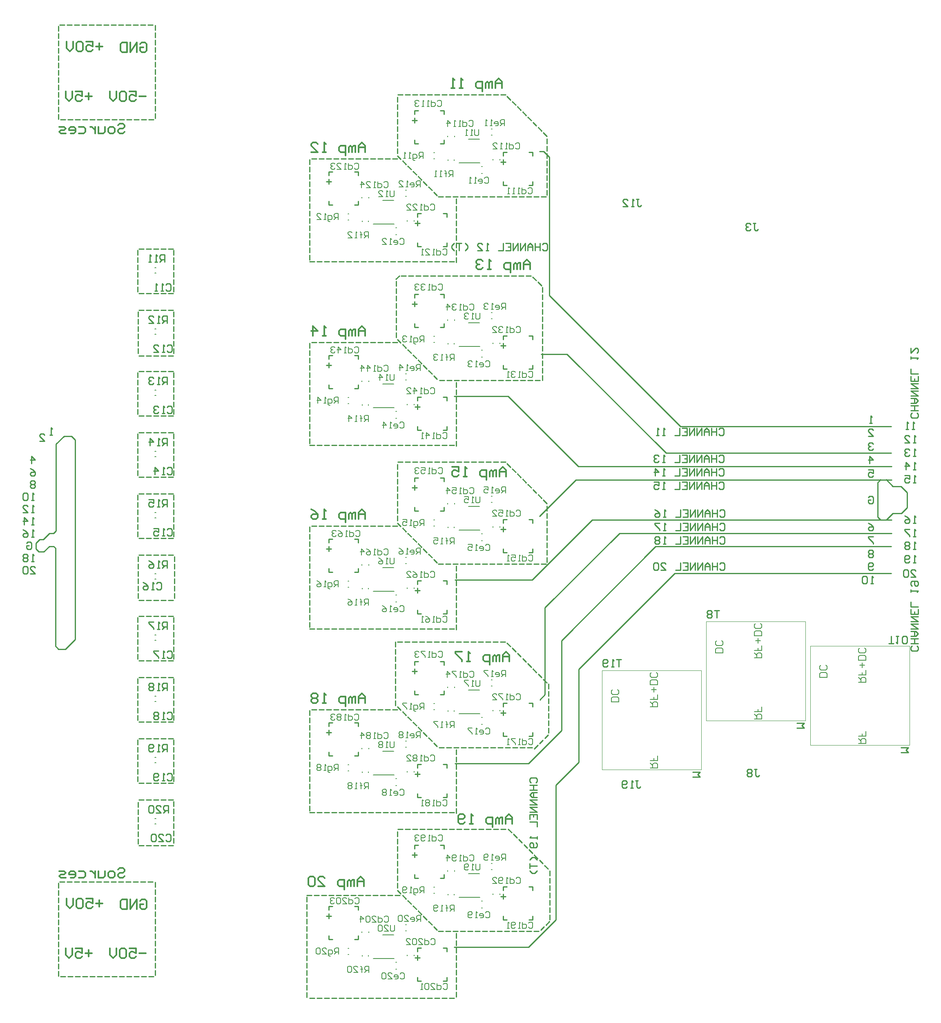
<source format=gbr>
%TF.GenerationSoftware,Altium Limited,Altium Designer,25.0.2 (28)*%
G04 Layer_Color=32896*
%FSLAX45Y45*%
%MOMM*%
%TF.SameCoordinates,97F7605E-EDA1-4B57-83DE-D803DCB7673D*%
%TF.FilePolarity,Positive*%
%TF.FileFunction,Legend,Bot*%
%TF.Part,Single*%
G01*
G75*
%TA.AperFunction,NonConductor*%
%ADD49C,0.20000*%
%ADD50C,0.25400*%
%ADD51C,0.08000*%
%ADD52C,0.30480*%
%ADD53C,0.20320*%
D49*
X11540600Y7536300D02*
Y7551300D01*
X11395600Y7536300D02*
Y7551300D01*
X11540600Y11346300D02*
Y11361300D01*
X11395600Y11346300D02*
Y11361300D01*
X11540600Y22776300D02*
Y22791299D01*
X11395600Y22776300D02*
Y22791299D01*
X11540600Y18966299D02*
Y18981300D01*
X11395600Y18966299D02*
Y18981300D01*
X11540600Y15156300D02*
Y15171300D01*
X11395600Y15156300D02*
Y15171300D01*
X12335400Y7053700D02*
Y7068700D01*
X12480400Y7053700D02*
Y7068700D01*
X12335400Y10863700D02*
Y10878700D01*
X12480400Y10863700D02*
Y10878700D01*
X12335400Y22293700D02*
Y22308701D01*
X12480400Y22293700D02*
Y22308701D01*
X12335400Y18483701D02*
Y18498700D01*
X12480400Y18483701D02*
Y18498700D01*
X12335400Y14673700D02*
Y14688699D01*
X12480400Y14673700D02*
Y14688699D01*
X12095600Y6772800D02*
X12110600D01*
X12095600Y6917800D02*
X12110600D01*
X12095600Y10582800D02*
X12110600D01*
X12095600Y10727800D02*
X12110600D01*
X12095600Y22012801D02*
X12110600D01*
X12095600Y22157800D02*
X12110600D01*
X12095600Y18202800D02*
X12110600D01*
X12095600Y18347800D02*
X12110600D01*
X12095600Y14392799D02*
X12110600D01*
X12095600Y14537801D02*
X12110600D01*
X12296300Y7570200D02*
X12316300D01*
X12296300Y7695200D02*
X12316300D01*
X12296300Y11380200D02*
X12316300D01*
X12296300Y11505200D02*
X12316300D01*
X12296300Y22810201D02*
X12316300D01*
X12296300Y22935201D02*
X12316300D01*
X12296300Y19000200D02*
X12316300D01*
X12296300Y19125200D02*
X12316300D01*
X12296300Y15190199D02*
X12316300D01*
X12296300Y15315199D02*
X12316300D01*
X11102500Y7074900D02*
X11122500D01*
X11102500Y7199900D02*
X11122500D01*
X11102500Y10884900D02*
X11122500D01*
X11102500Y11009900D02*
X11122500D01*
X11102500Y22314900D02*
X11122500D01*
X11102500Y22439900D02*
X11122500D01*
X11102500Y18504900D02*
X11122500D01*
X11102500Y18629900D02*
X11122500D01*
X11102500Y14694901D02*
X11122500D01*
X11102500Y14819901D02*
X11122500D01*
X11405600Y7038500D02*
Y7058500D01*
X11530600Y7038500D02*
Y7058500D01*
X11405600Y10848500D02*
Y10868500D01*
X11530600Y10848500D02*
Y10868500D01*
X11405600Y22278500D02*
Y22298500D01*
X11530600Y22278500D02*
Y22298500D01*
X11405600Y18468500D02*
Y18488499D01*
X11530600Y18468500D02*
Y18488499D01*
X11405600Y14658501D02*
Y14678500D01*
X11530600Y14658501D02*
Y14678500D01*
X11630500Y6989000D02*
X11850500D01*
X11818000D02*
X12058000D01*
X11825500Y7486500D02*
X12050500D01*
X11630500Y10799000D02*
X11850500D01*
X11818000D02*
X12058000D01*
X11825500Y11296500D02*
X12050500D01*
X11630500Y22228999D02*
X11850500D01*
X11818000D02*
X12058000D01*
X11825500Y22726500D02*
X12050500D01*
X11630500Y18419000D02*
X11850500D01*
X11818000D02*
X12058000D01*
X11825500Y18916499D02*
X12050500D01*
X11630500Y14609000D02*
X11850500D01*
X11818000D02*
X12058000D01*
X11825500Y15106500D02*
X12050500D01*
X10518300Y13920200D02*
X10538300D01*
X10518300Y14045200D02*
X10538300D01*
X9324500Y21044901D02*
X9344500D01*
X9324500Y21169901D02*
X9344500D01*
X9324500Y17234900D02*
X9344500D01*
X9324500Y17359900D02*
X9344500D01*
X9324500Y5804900D02*
X9344500D01*
X9324500Y5929900D02*
X9344500D01*
X9324500Y9614900D02*
X9344500D01*
X9324500Y9739900D02*
X9344500D01*
X9627600Y5768500D02*
Y5788500D01*
X9752600Y5768500D02*
Y5788500D01*
X9627600Y9578500D02*
Y9598500D01*
X9752600Y9578500D02*
Y9598500D01*
X9627600Y21008501D02*
Y21028500D01*
X9752600Y21008501D02*
Y21028500D01*
X9627600Y17198500D02*
Y17218500D01*
X9752600Y17198500D02*
Y17218500D01*
X10317600Y5502800D02*
X10332600D01*
X10317600Y5647800D02*
X10332600D01*
X10317600Y9312800D02*
X10332600D01*
X10317600Y9457800D02*
X10332600D01*
X10317600Y20742799D02*
X10332600D01*
X10317600Y20887801D02*
X10332600D01*
X10317600Y16932800D02*
X10332600D01*
X10317600Y17077800D02*
X10332600D01*
X10557400Y21023700D02*
Y21038699D01*
X10702400Y21023700D02*
Y21038699D01*
X10557400Y5783700D02*
Y5798700D01*
X10702400Y5783700D02*
Y5798700D01*
X10557400Y9593700D02*
Y9608700D01*
X10702400Y9593700D02*
Y9608700D01*
X10557400Y17213699D02*
Y17228700D01*
X10702400Y17213699D02*
Y17228700D01*
X10518300Y6300200D02*
X10538300D01*
X10518300Y6425200D02*
X10538300D01*
X10518300Y10110200D02*
X10538300D01*
X10518300Y10235200D02*
X10538300D01*
X10518300Y21540199D02*
X10538300D01*
X10518300Y21665199D02*
X10538300D01*
X10518300Y17730200D02*
X10538300D01*
X10518300Y17855200D02*
X10538300D01*
X9852500Y5719000D02*
X10072500D01*
X10040000D02*
X10280000D01*
X10047500Y6216500D02*
X10272500D01*
X9852500Y9529000D02*
X10072500D01*
X10040000D02*
X10280000D01*
X10047500Y10026500D02*
X10272500D01*
X9852500Y20959000D02*
X10072500D01*
X10040000D02*
X10280000D01*
X10047500Y21456500D02*
X10272500D01*
X9852500Y17149001D02*
X10072500D01*
X10040000D02*
X10280000D01*
X10047500Y17646500D02*
X10272500D01*
X9762600Y6266300D02*
Y6281300D01*
X9617600Y6266300D02*
Y6281300D01*
X9762600Y10076300D02*
Y10091300D01*
X9617600Y10076300D02*
Y10091300D01*
X9762600Y21506300D02*
Y21521300D01*
X9617600Y21506300D02*
Y21521300D01*
X9762600Y17696300D02*
Y17711301D01*
X9617600Y17696300D02*
Y17711301D01*
X10557400Y13403700D02*
Y13418700D01*
X10702400Y13403700D02*
Y13418700D01*
X9762600Y13886301D02*
Y13901300D01*
X9617600Y13886301D02*
Y13901300D01*
X10317600Y13122800D02*
X10332600D01*
X10317600Y13267799D02*
X10332600D01*
X9852500Y13339000D02*
X10072500D01*
X10040000D02*
X10280000D01*
X10047500Y13836501D02*
X10272500D01*
X9324500Y13424899D02*
X9344500D01*
X9324500Y13549899D02*
X9344500D01*
X9627600Y13388499D02*
Y13408501D01*
X9752600Y13388499D02*
Y13408501D01*
X5324000Y8630000D02*
X5344000D01*
X5324000Y8515000D02*
X5344000D01*
X5324000Y12440000D02*
X5344000D01*
X5324000Y12325000D02*
X5344000D01*
X5324000Y14980000D02*
X5344000D01*
X5324000Y14864999D02*
X5344000D01*
X5324000Y11170000D02*
X5344000D01*
X5324000Y11055000D02*
X5344000D01*
X5324000Y9900000D02*
X5344000D01*
X5324000Y9785000D02*
X5344000D01*
X5324000Y16250000D02*
X5344000D01*
X5324000Y16135001D02*
X5344000D01*
X5324000Y13710001D02*
X5344000D01*
X5324000Y13595000D02*
X5344000D01*
X5324000Y17520000D02*
X5344000D01*
X5324000Y17405000D02*
X5344000D01*
X5324000Y20060001D02*
X5344000D01*
X5324000Y19945000D02*
X5344000D01*
X5324000Y18789999D02*
X5344000D01*
X5324000Y18675000D02*
X5344000D01*
D50*
X20307300Y15595599D02*
X20370799Y15659100D01*
X20485100D02*
X20624800Y15519400D01*
X20789900D01*
X20916901Y15392400D01*
Y15074899D02*
Y15392400D01*
X20802600Y14960600D02*
X20916901Y15074899D01*
X20624800Y14960600D02*
X20802600D01*
X20485100Y14820900D02*
X20624800Y14960600D01*
X20307300Y14884399D02*
X20370799Y14820900D01*
X20307300Y14884399D02*
Y15595599D01*
X2857500Y14224001D02*
Y14338300D01*
X3225800Y14541499D02*
X3276600Y14592300D01*
Y16395700D01*
X3441700Y16560800D01*
X3594100D01*
X3670300Y16484599D01*
Y12344400D02*
Y16484599D01*
X3467100Y12141200D02*
X3670300Y12344400D01*
X3327400Y12141200D02*
X3467100D01*
X3263900Y12204700D02*
X3327400Y12141200D01*
X3263900Y12204700D02*
Y14236700D01*
X3225800Y14274800D02*
X3263900Y14236700D01*
X3213100Y14274800D02*
X3225800D01*
X2857500Y14224001D02*
X2921000Y14160500D01*
X3022600D01*
X3136900Y14274800D01*
X3213100D01*
X3136900Y14541499D02*
X3225800D01*
X3009900Y14414500D02*
X3136900Y14541499D01*
X2933700Y14414500D02*
X3009900D01*
X2857500Y14338300D02*
X2933700Y14414500D01*
X13303250Y11093450D02*
X13411200Y11201400D01*
Y13004800D01*
X16104100Y13716499D02*
X20586200D01*
X14109700Y11722100D02*
X16104100Y13716499D01*
X14109700Y9791700D02*
Y11722100D01*
X13639799Y9321800D02*
X14109700Y9791700D01*
X13639799Y6527800D02*
Y9321800D01*
X13068300Y5956300D02*
X13639799Y6527800D01*
X11531600Y5956300D02*
X13068300D01*
X15705600Y14270500D02*
X20591000D01*
X13754100Y12319000D02*
X15705600Y14270500D01*
X13754100Y10452100D02*
Y12319000D01*
X13068300Y9766300D02*
X13754100Y10452100D01*
X11544300Y9766300D02*
X13068300D01*
X14392700Y14824500D02*
X20595799D01*
X13144501Y13576300D02*
X14392700Y14824500D01*
X11544300Y13576300D02*
X13144501D01*
X14953900Y14547501D02*
X20593401D01*
X13411200Y13004800D02*
X14953900Y14547501D01*
X14055299Y15655499D02*
X20595799D01*
X13296899Y14897099D02*
X14055299Y15655499D01*
X14103000Y15932500D02*
X20592700D01*
X12649200Y17386301D02*
X14103000Y15932500D01*
X11531600Y17386301D02*
X12649200D01*
X15921500Y16209500D02*
X20591000D01*
X13868401Y18262601D02*
X15921500Y16209500D01*
X13335001Y18262601D02*
X13868401D01*
X16218401Y16763499D02*
X20586700D01*
X13500101Y19481799D02*
X16218401Y16763499D01*
X13500101Y19481799D02*
Y22352000D01*
X13385800Y22466299D02*
X13500101Y22352000D01*
X13296899Y22466299D02*
X13385800D01*
X10706100Y15011400D02*
Y15087601D01*
Y15011400D02*
X10782300D01*
X10706100Y15697200D02*
X10782300D01*
X10706100Y15621001D02*
Y15697200D01*
X11315700Y15621001D02*
Y15697200D01*
X11239500D02*
X11315700D01*
X11239500Y15011400D02*
X11315700D01*
Y15087601D01*
X13157201Y7137400D02*
Y7213600D01*
X13081000D02*
X13157201D01*
X13081000Y6527800D02*
X13157201D01*
Y6604000D01*
X12547600Y6527800D02*
Y6604000D01*
Y6527800D02*
X12623800D01*
X12547600Y7213600D02*
X12623800D01*
X12547600Y7137400D02*
Y7213600D01*
X13157201Y10947400D02*
Y11023600D01*
X13081000D02*
X13157201D01*
X13081000Y10337800D02*
X13157201D01*
Y10414000D01*
X12547600Y10337800D02*
Y10414000D01*
Y10337800D02*
X12623800D01*
X12547600Y11023600D02*
X12623800D01*
X12547600Y10947400D02*
Y11023600D01*
X13157201Y22377400D02*
Y22453600D01*
X13081000D02*
X13157201D01*
X13081000Y21767799D02*
X13157201D01*
Y21844000D01*
X12547600Y21767799D02*
Y21844000D01*
Y21767799D02*
X12623800D01*
X12547600Y22453600D02*
X12623800D01*
X12547600Y22377400D02*
Y22453600D01*
X13157201Y18567400D02*
Y18643600D01*
X13081000D02*
X13157201D01*
X13081000Y17957800D02*
X13157201D01*
Y18034000D01*
X12547600Y17957800D02*
Y18034000D01*
Y17957800D02*
X12623800D01*
X12547600Y18643600D02*
X12623800D01*
X12547600Y18567400D02*
Y18643600D01*
X13157201Y14757401D02*
Y14833600D01*
X13081000D02*
X13157201D01*
X13081000Y14147800D02*
X13157201D01*
Y14224001D01*
X12547600Y14147800D02*
Y14224001D01*
Y14147800D02*
X12623800D01*
X12547600Y14833600D02*
X12623800D01*
X12547600Y14757401D02*
Y14833600D01*
X11379200Y5867400D02*
Y5943600D01*
X11303000D02*
X11379200D01*
X11303000Y5257800D02*
X11379200D01*
Y5334000D01*
X10769600Y5257800D02*
Y5334000D01*
Y5257800D02*
X10845800D01*
X10769600Y5943600D02*
X10845800D01*
X10769600Y5867400D02*
Y5943600D01*
X11379200Y9677400D02*
Y9753600D01*
X11303000D02*
X11379200D01*
X11303000Y9067800D02*
X11379200D01*
Y9144000D01*
X10769600Y9067800D02*
Y9144000D01*
Y9067800D02*
X10845800D01*
X10769600Y9753600D02*
X10845800D01*
X10769600Y9677400D02*
Y9753600D01*
X11379200Y21107401D02*
Y21183600D01*
X11303000D02*
X11379200D01*
X11303000Y20497800D02*
X11379200D01*
Y20574001D01*
X10769600Y20497800D02*
Y20574001D01*
Y20497800D02*
X10845800D01*
X10769600Y21183600D02*
X10845800D01*
X10769600Y21107401D02*
Y21183600D01*
X11379200Y17297400D02*
Y17373599D01*
X11303000D02*
X11379200D01*
X11303000Y16687801D02*
X11379200D01*
Y16764000D01*
X10769600Y16687801D02*
Y16764000D01*
Y16687801D02*
X10845800D01*
X10769600Y17373599D02*
X10845800D01*
X10769600Y17297400D02*
Y17373599D01*
X8928100Y6121400D02*
Y6197600D01*
Y6121400D02*
X9004300D01*
X8928100Y6807200D02*
X9004300D01*
X8928100Y6731000D02*
Y6807200D01*
X9537700Y6731000D02*
Y6807200D01*
X9461500D02*
X9537700D01*
X9461500Y6121400D02*
X9537700D01*
Y6197600D01*
X8928100Y9931400D02*
Y10007600D01*
Y9931400D02*
X9004300D01*
X8928100Y10617200D02*
X9004300D01*
X8928100Y10541000D02*
Y10617200D01*
X9537700Y10541000D02*
Y10617200D01*
X9461500D02*
X9537700D01*
X9461500Y9931400D02*
X9537700D01*
Y10007600D01*
X8928100Y21361400D02*
Y21437601D01*
Y21361400D02*
X9004300D01*
X8928100Y22047200D02*
X9004300D01*
X8928100Y21971001D02*
Y22047200D01*
X9537700Y21971001D02*
Y22047200D01*
X9461500D02*
X9537700D01*
X9461500Y21361400D02*
X9537700D01*
Y21437601D01*
X8928100Y17551401D02*
Y17627600D01*
Y17551401D02*
X9004300D01*
X8928100Y18237199D02*
X9004300D01*
X8928100Y18161000D02*
Y18237199D01*
X9537700Y18161000D02*
Y18237199D01*
X9461500D02*
X9537700D01*
X9461500Y17551401D02*
X9537700D01*
Y17627600D01*
X11379200Y13487399D02*
Y13563600D01*
X11303000D02*
X11379200D01*
X11303000Y12877800D02*
X11379200D01*
Y12953999D01*
X10769600Y12877800D02*
Y12953999D01*
Y12877800D02*
X10845800D01*
X10769600Y13563600D02*
X10845800D01*
X10769600Y13487399D02*
Y13563600D01*
X8928100Y13741400D02*
Y13817599D01*
Y13741400D02*
X9004300D01*
X8928100Y14427200D02*
X9004300D01*
X8928100Y14350999D02*
Y14427200D01*
X9537700Y14350999D02*
Y14427200D01*
X9461500D02*
X9537700D01*
X9461500Y13741400D02*
X9537700D01*
Y13817599D01*
X10706100Y18821400D02*
Y18897600D01*
Y18821400D02*
X10782300D01*
X10706100Y19507201D02*
X10782300D01*
X10706100Y19431000D02*
Y19507201D01*
X11315700Y19431000D02*
Y19507201D01*
X11239500D02*
X11315700D01*
X11239500Y18821400D02*
X11315700D01*
Y18897600D01*
X10706100Y11201400D02*
Y11277600D01*
Y11201400D02*
X10782300D01*
X10706100Y11887200D02*
X10782300D01*
X10706100Y11811000D02*
Y11887200D01*
X11315700Y11811000D02*
Y11887200D01*
X11239500D02*
X11315700D01*
X11239500Y11201400D02*
X11315700D01*
Y11277600D01*
X10706100Y22631400D02*
Y22707600D01*
Y22631400D02*
X10782300D01*
X10706100Y23317200D02*
X10782300D01*
X10706100Y23241000D02*
Y23317200D01*
X11315700Y23241000D02*
Y23317200D01*
X11239500D02*
X11315700D01*
X11239500Y22631400D02*
X11315700D01*
Y22707600D01*
X10706100Y7391400D02*
Y7467600D01*
Y7391400D02*
X10782300D01*
X10706100Y8077200D02*
X10782300D01*
X10706100Y8001000D02*
Y8077200D01*
X11315700Y8001000D02*
Y8077200D01*
X11239500D02*
X11315700D01*
X11239500Y7391400D02*
X11315700D01*
Y7467600D01*
X17030733Y15011359D02*
X17056125Y15036751D01*
X17106908D01*
X17132300Y15011359D01*
Y14909792D01*
X17106908Y14884399D01*
X17056125D01*
X17030733Y14909792D01*
X16979948Y15036751D02*
Y14884399D01*
Y14960574D01*
X16878381D01*
Y15036751D01*
Y14884399D01*
X16827599D02*
Y14985966D01*
X16776814Y15036751D01*
X16726031Y14985966D01*
Y14884399D01*
Y14960574D01*
X16827599D01*
X16675249Y14884399D02*
Y15036751D01*
X16573682Y14884399D01*
Y15036751D01*
X16522897Y14884399D02*
Y15036751D01*
X16421330Y14884399D01*
Y15036751D01*
X16268979D02*
X16370546D01*
Y14884399D01*
X16268979D01*
X16370546Y14960574D02*
X16319763D01*
X16218196Y15036751D02*
Y14884399D01*
X16116628D01*
X15913493D02*
X15862711D01*
X15888103D01*
Y15036751D01*
X15913493Y15011359D01*
X15684969Y15036751D02*
X15735751Y15011359D01*
X15786536Y14960574D01*
Y14909792D01*
X15761143Y14884399D01*
X15710361D01*
X15684969Y14909792D01*
Y14935184D01*
X15710361Y14960574D01*
X15786536D01*
X16471899Y9486900D02*
X16624251D01*
X16573466Y9537683D01*
X16624251Y9588467D01*
X16471899D01*
X18630901Y10502900D02*
X18783250D01*
X18732468Y10553683D01*
X18783250Y10604467D01*
X18630901D01*
X20789900Y9994900D02*
X20942252D01*
X20891467Y10045683D01*
X20942252Y10096467D01*
X20789900D01*
X10820400Y5740383D02*
X10718833D01*
X10769617Y5791167D02*
Y5689600D01*
X8978900Y6603983D02*
X8877333D01*
X8928117Y6654767D02*
Y6553200D01*
X12598400Y7010383D02*
X12496833D01*
X12547617Y7061167D02*
Y6959600D01*
X10756900Y7873983D02*
X10655333D01*
X10706117Y7924767D02*
Y7823200D01*
X10820400Y9550383D02*
X10718833D01*
X10769617Y9601167D02*
Y9499600D01*
X8978900Y10413983D02*
X8877333D01*
X8928117Y10464767D02*
Y10363200D01*
X12598400Y10820383D02*
X12496833D01*
X12547617Y10871167D02*
Y10769600D01*
X10756900Y11683983D02*
X10655333D01*
X10706117Y11734767D02*
Y11633200D01*
X10820400Y13360384D02*
X10718833D01*
X10769617Y13411166D02*
Y13309599D01*
X8978900Y14223982D02*
X8877333D01*
X8928117Y14274767D02*
Y14173199D01*
X12598400Y14630383D02*
X12496833D01*
X12547617Y14681168D02*
Y14579601D01*
X10756900Y15493983D02*
X10655333D01*
X10706117Y15544768D02*
Y15443201D01*
X10820400Y17170383D02*
X10718833D01*
X10769617Y17221167D02*
Y17119600D01*
X8978900Y18033983D02*
X8877333D01*
X8928117Y18084767D02*
Y17983200D01*
X12598400Y18440382D02*
X12496833D01*
X12547617Y18491167D02*
Y18389600D01*
X10756900Y19303983D02*
X10655333D01*
X10706117Y19354767D02*
Y19253200D01*
X10820400Y20980383D02*
X10718833D01*
X10769617Y21031168D02*
Y20929601D01*
X8978900Y21843983D02*
X8877333D01*
X8928117Y21894768D02*
Y21793201D01*
X12598400Y22250383D02*
X12496833D01*
X12547617Y22301167D02*
Y22199600D01*
X10756900Y23113983D02*
X10655333D01*
X10706117Y23164767D02*
Y23063200D01*
X13502280Y6489700D02*
X13430460Y6417881D01*
X13394551Y6381972D02*
X13322733Y6310153D01*
X13144501Y10096500D02*
X13042934D01*
X12992149D02*
X12890582D01*
X12839799D02*
X12738231D01*
X12687448D02*
X12585881D01*
X12535097D02*
X12433530D01*
X12382746D02*
X12281179D01*
X12230396D02*
X12128828D01*
X12078045D02*
X11976478D01*
X11925694D02*
X11824127D01*
X11773343D02*
X11671776D01*
X11620993D02*
X11519426D01*
X11468642D02*
X11367075D01*
X11316291D02*
X11214724D01*
X13476878Y10363200D02*
X13405060Y10291381D01*
X13369151Y10255472D02*
X13297331Y10183653D01*
X13261423Y10147744D02*
X13189604Y10075925D01*
X12649200Y8409579D02*
X12721019Y8337760D01*
X12756928Y8301850D02*
X12828748Y8230031D01*
X12864656Y8194122D02*
X12936475Y8122303D01*
X12972385Y8086394D02*
X13044205Y8014575D01*
X13080113Y7978666D02*
X13151932Y7906847D01*
X13187840Y7870937D02*
X13259660Y7799119D01*
X13295569Y7763209D02*
X13367387Y7691390D01*
X13403297Y7655481D02*
X13475116Y7583662D01*
X12598400Y8407400D02*
X12496833D01*
X12446049D02*
X12344482D01*
X12293699D02*
X12192131D01*
X12141348D02*
X12039781D01*
X11988997D02*
X11887430D01*
X11836646D02*
X11735079D01*
X11684296D02*
X11582728D01*
X11531945D02*
X11430378D01*
X11379594D02*
X11278027D01*
X11227243D02*
X11125676D01*
X11074893D02*
X10973326D01*
X10922542D02*
X10820975D01*
X10770191D02*
X10668624D01*
X10617841D02*
X10516273D01*
X10465490D02*
X10363923D01*
X13512801Y7543800D02*
Y7442233D01*
Y7391449D02*
Y7289882D01*
Y7239098D02*
Y7137531D01*
Y7086748D02*
Y6985180D01*
Y6934397D02*
Y6832830D01*
Y6782046D02*
Y6680479D01*
Y6629695D02*
Y6528128D01*
X13284200Y6286500D02*
X13182632D01*
X13131850D02*
X13030283D01*
X12979498D02*
X12877931D01*
X12827148D02*
X12725581D01*
X12674797D02*
X12573230D01*
X12522446D02*
X12420879D01*
X12370096D02*
X12268528D01*
X12217745D02*
X12116178D01*
X12065394D02*
X11963827D01*
X11913043D02*
X11811476D01*
X11760693D02*
X11659126D01*
X11608342D02*
X11506775D01*
X11455991D02*
X11354424D01*
X11303641D02*
X11202073D01*
X10350500Y7139579D02*
X10422319Y7067760D01*
X10458228Y7031850D02*
X10530047Y6960031D01*
X10565956Y6924122D02*
X10637775Y6852303D01*
X10673685Y6816394D02*
X10745504Y6744575D01*
X10781413Y6708666D02*
X10853232Y6636847D01*
X10889141Y6600937D02*
X10960960Y6529119D01*
X10996869Y6493209D02*
X11068688Y6421390D01*
X11104598Y6385481D02*
X11176416Y6313662D01*
X10350500Y8356600D02*
Y8255033D01*
Y8204249D02*
Y8102682D01*
Y8051899D02*
Y7950331D01*
Y7899548D02*
Y7797981D01*
Y7747197D02*
Y7645630D01*
Y7594846D02*
Y7493279D01*
Y7442496D02*
Y7340928D01*
Y7290145D02*
Y7188578D01*
X10401300Y7035800D02*
X10299733D01*
X10248949D02*
X10147382D01*
X10096599D02*
X9995031D01*
X9944248D02*
X9842681D01*
X9791897D02*
X9690330D01*
X9639546D02*
X9537979D01*
X9487196D02*
X9385628D01*
X9334845D02*
X9233278D01*
X9182494D02*
X9080927D01*
X9030143D02*
X8928576D01*
X8877793D02*
X8776226D01*
X8725442D02*
X8623875D01*
X8573091D02*
X8471524D01*
X8470900Y6997700D02*
Y6896133D01*
Y6845349D02*
Y6743782D01*
Y6692999D02*
Y6591431D01*
Y6540648D02*
Y6439081D01*
Y6388297D02*
Y6286730D01*
Y6235946D02*
Y6134379D01*
Y6083596D02*
Y5982028D01*
Y5931245D02*
Y5829678D01*
Y5778894D02*
Y5677327D01*
Y5626543D02*
Y5524976D01*
Y5474193D02*
Y5372626D01*
Y5321842D02*
Y5220275D01*
Y5169491D02*
Y5067924D01*
Y5017141D02*
Y4915573D01*
X11531600Y4902200D02*
X11430033D01*
X11379249D02*
X11277682D01*
X11226899D02*
X11125331D01*
X11074548D02*
X10972981D01*
X10922197D02*
X10820630D01*
X10769846D02*
X10668279D01*
X10617496D02*
X10515928D01*
X10465145D02*
X10363578D01*
X10312794D02*
X10211227D01*
X10160443D02*
X10058876D01*
X10008093D02*
X9906526D01*
X9855742D02*
X9754175D01*
X9703391D02*
X9601824D01*
X9551041D02*
X9449473D01*
X9398690D02*
X9297123D01*
X9246339D02*
X9144772D01*
X9093988D02*
X8992421D01*
X8941638D02*
X8840070D01*
X8789287D02*
X8687720D01*
X8636936D02*
X8535369D01*
X11569700Y6248400D02*
Y6146833D01*
Y6096049D02*
Y5994482D01*
Y5943698D02*
Y5842131D01*
Y5791348D02*
Y5689780D01*
Y5638997D02*
Y5537430D01*
Y5486646D02*
Y5385079D01*
Y5334295D02*
Y5232728D01*
Y5181945D02*
Y5080377D01*
Y5029594D02*
Y4928027D01*
X12623800Y12270379D02*
X12695619Y12198560D01*
X12731528Y12162650D02*
X12803346Y12090831D01*
X12839256Y12054922D02*
X12911075Y11983103D01*
X12946985Y11947194D02*
X13018803Y11875375D01*
X13054713Y11839466D02*
X13126532Y11767647D01*
X13162440Y11731737D02*
X13234261Y11659919D01*
X13270169Y11624009D02*
X13341988Y11552190D01*
X13377898Y11516281D02*
X13449716Y11444462D01*
X12585700Y12293600D02*
X12484133D01*
X12433349D02*
X12331782D01*
X12280999D02*
X12179431D01*
X12128648D02*
X12027081D01*
X11976297D02*
X11874730D01*
X11823946D02*
X11722379D01*
X11671596D02*
X11570028D01*
X11519245D02*
X11417678D01*
X11366894D02*
X11265327D01*
X11214543D02*
X11112976D01*
X11062193D02*
X10960626D01*
X10909842D02*
X10808275D01*
X10757491D02*
X10655924D01*
X10605141D02*
X10503573D01*
X10452790D02*
X10351223D01*
X13487399Y11417300D02*
Y11315733D01*
Y11264949D02*
Y11163382D01*
Y11112598D02*
Y11011031D01*
Y10960248D02*
Y10858680D01*
Y10807897D02*
Y10706330D01*
Y10655546D02*
Y10553979D01*
Y10503195D02*
Y10401628D01*
X10350500Y10949579D02*
X10422319Y10877760D01*
X10458228Y10841850D02*
X10530047Y10770031D01*
X10565956Y10734122D02*
X10637775Y10662303D01*
X10673685Y10626394D02*
X10745504Y10554575D01*
X10781413Y10518666D02*
X10853232Y10446847D01*
X10889141Y10410937D02*
X10960960Y10339119D01*
X10996869Y10303209D02*
X11068688Y10231390D01*
X11104598Y10195481D02*
X11176416Y10123662D01*
X10312400Y12293600D02*
Y12192033D01*
Y12141249D02*
Y12039682D01*
Y11988899D02*
Y11887331D01*
Y11836548D02*
Y11734981D01*
Y11684197D02*
Y11582630D01*
Y11531846D02*
Y11430279D01*
Y11379496D02*
Y11277928D01*
Y11227145D02*
Y11125578D01*
Y11074794D02*
Y10973227D01*
X10350500Y10883900D02*
X10248933D01*
X10198149D02*
X10096582D01*
X10045799D02*
X9944231D01*
X9893448D02*
X9791881D01*
X9741097D02*
X9639530D01*
X9588746D02*
X9487179D01*
X9436396D02*
X9334828D01*
X9284045D02*
X9182478D01*
X9131694D02*
X9030127D01*
X8979343D02*
X8877776D01*
X8826993D02*
X8725426D01*
X8674642D02*
X8573075D01*
X8534400Y10871200D02*
Y10769633D01*
Y10718849D02*
Y10617282D01*
Y10566498D02*
Y10464931D01*
Y10414148D02*
Y10312580D01*
Y10261797D02*
Y10160230D01*
Y10109446D02*
Y10007879D01*
Y9957095D02*
Y9855528D01*
Y9804745D02*
Y9703177D01*
Y9652394D02*
Y9550827D01*
Y9500043D02*
Y9398476D01*
Y9347693D02*
Y9246125D01*
Y9195342D02*
Y9093775D01*
Y9042991D02*
Y8941424D01*
Y8890640D02*
Y8789073D01*
X11531600Y8750300D02*
X11430033D01*
X11379249D02*
X11277682D01*
X11226899D02*
X11125331D01*
X11074548D02*
X10972981D01*
X10922197D02*
X10820630D01*
X10769846D02*
X10668279D01*
X10617496D02*
X10515928D01*
X10465145D02*
X10363578D01*
X10312794D02*
X10211227D01*
X10160443D02*
X10058876D01*
X10008093D02*
X9906526D01*
X9855742D02*
X9754175D01*
X9703391D02*
X9601824D01*
X9551041D02*
X9449473D01*
X9398690D02*
X9297123D01*
X9246339D02*
X9144772D01*
X9093988D02*
X8992421D01*
X8941638D02*
X8840070D01*
X8789287D02*
X8687720D01*
X8636936D02*
X8535369D01*
X11569700Y10058400D02*
Y9956833D01*
Y9906049D02*
Y9804482D01*
Y9753699D02*
Y9652131D01*
Y9601348D02*
Y9499781D01*
Y9448997D02*
Y9347430D01*
Y9296646D02*
Y9195079D01*
Y9144296D02*
Y9042728D01*
Y8991945D02*
Y8890378D01*
Y8839594D02*
Y8738027D01*
X12623800Y15991479D02*
X12695619Y15919659D01*
X12731528Y15883749D02*
X12803346Y15811931D01*
X12839256Y15776022D02*
X12911075Y15704202D01*
X12946985Y15668294D02*
X13018803Y15596475D01*
X13054713Y15560567D02*
X13126532Y15488747D01*
X13162440Y15452837D02*
X13234261Y15381020D01*
X13270169Y15345110D02*
X13341988Y15273289D01*
X13377898Y15237381D02*
X13449716Y15165562D01*
X12598400Y16027400D02*
X12496833D01*
X12446049D02*
X12344482D01*
X12293699D02*
X12192131D01*
X12141348D02*
X12039781D01*
X11988997D02*
X11887430D01*
X11836646D02*
X11735079D01*
X11684296D02*
X11582728D01*
X11531945D02*
X11430378D01*
X11379594D02*
X11278027D01*
X11227243D02*
X11125676D01*
X11074893D02*
X10973326D01*
X10922542D02*
X10820975D01*
X10770191D02*
X10668624D01*
X10617841D02*
X10516273D01*
X10465490D02*
X10363923D01*
X13449300Y15113000D02*
Y15011433D01*
Y14960649D02*
Y14859082D01*
Y14808299D02*
Y14706731D01*
Y14655948D02*
Y14554381D01*
Y14503596D02*
Y14402029D01*
Y14351247D02*
Y14249680D01*
Y14198895D02*
Y14097328D01*
Y14046545D02*
Y13944978D01*
X13435976Y13906500D02*
X13334409D01*
X13283624D02*
X13182059D01*
X13131274D02*
X13029707D01*
X12978925D02*
X12877357D01*
X12826573D02*
X12725006D01*
X12674223D02*
X12572655D01*
X12521872D02*
X12420305D01*
X12369521D02*
X12267954D01*
X12217170D02*
X12115603D01*
X12064820D02*
X11963252D01*
X11912469D02*
X11810902D01*
X11760118D02*
X11658551D01*
X11607767D02*
X11506200D01*
X11455417D02*
X11353850D01*
X11303066D02*
X11201499D01*
X10350500Y14759579D02*
X10422319Y14687759D01*
X10458228Y14651849D02*
X10530047Y14580031D01*
X10565956Y14544122D02*
X10637775Y14472302D01*
X10673685Y14436394D02*
X10745504Y14364575D01*
X10781413Y14328667D02*
X10853232Y14256847D01*
X10889141Y14220937D02*
X10960960Y14149120D01*
X10996869Y14113210D02*
X11068688Y14041389D01*
X11104598Y14005481D02*
X11176416Y13933662D01*
X10350500Y15976601D02*
Y15875034D01*
Y15824249D02*
Y15722682D01*
Y15671899D02*
Y15570331D01*
Y15519548D02*
Y15417981D01*
Y15367197D02*
Y15265630D01*
Y15214845D02*
Y15113280D01*
Y15062495D02*
Y14960928D01*
Y14910146D02*
Y14808578D01*
Y14693900D02*
X10248933D01*
X10198149D02*
X10096582D01*
X10045799D02*
X9944231D01*
X9893448D02*
X9791881D01*
X9741097D02*
X9639530D01*
X9588746D02*
X9487179D01*
X9436396D02*
X9334828D01*
X9284045D02*
X9182478D01*
X9131694D02*
X9030127D01*
X8979343D02*
X8877776D01*
X8826993D02*
X8725426D01*
X8674642D02*
X8573075D01*
X8534400Y14681200D02*
Y14579633D01*
Y14528848D02*
Y14427283D01*
Y14376498D02*
Y14274931D01*
Y14224149D02*
Y14122581D01*
Y14071797D02*
Y13970230D01*
Y13919446D02*
Y13817879D01*
Y13767096D02*
Y13665527D01*
Y13614745D02*
Y13513177D01*
Y13462395D02*
Y13360828D01*
Y13310043D02*
Y13208476D01*
Y13157693D02*
Y13056126D01*
Y13005342D02*
Y12903775D01*
Y12852991D02*
Y12751424D01*
Y12700641D02*
Y12599073D01*
X11531600Y12560300D02*
X11430033D01*
X11379249D02*
X11277682D01*
X11226899D02*
X11125331D01*
X11074548D02*
X10972981D01*
X10922197D02*
X10820630D01*
X10769846D02*
X10668279D01*
X10617496D02*
X10515928D01*
X10465145D02*
X10363578D01*
X10312794D02*
X10211227D01*
X10160443D02*
X10058876D01*
X10008093D02*
X9906526D01*
X9855742D02*
X9754175D01*
X9703391D02*
X9601824D01*
X9551041D02*
X9449473D01*
X9398690D02*
X9297123D01*
X9246339D02*
X9144772D01*
X9093988D02*
X8992421D01*
X8941638D02*
X8840070D01*
X8789287D02*
X8687720D01*
X8636936D02*
X8535369D01*
X11569700Y13868401D02*
Y13766833D01*
Y13716049D02*
Y13614482D01*
Y13563698D02*
Y13462131D01*
Y13411348D02*
Y13309779D01*
Y13258997D02*
Y13157430D01*
Y13106647D02*
Y13005080D01*
Y12954295D02*
Y12852728D01*
Y12801945D02*
Y12700377D01*
Y12649594D02*
Y12548027D01*
X10390779Y19888200D02*
X10318960Y19816380D01*
X13157201Y19864980D02*
X13229019Y19793159D01*
X13264928Y19757249D02*
X13336748Y19685431D01*
X13119099Y19888200D02*
X13017532D01*
X12966750D02*
X12865182D01*
X12814400D02*
X12712831D01*
X12662048D02*
X12560481D01*
X12509697D02*
X12408130D01*
X12357346D02*
X12255779D01*
X12204996D02*
X12103428D01*
X12052645D02*
X11951078D01*
X11900294D02*
X11798727D01*
X11747943D02*
X11646376D01*
X11595593D02*
X11494026D01*
X11443242D02*
X11341675D01*
X11290891D02*
X11189324D01*
X11138541D02*
X11036973D01*
X10986190D02*
X10884623D01*
X10833839D02*
X10732272D01*
X10681488D02*
X10579921D01*
X10529138D02*
X10427570D01*
X13360400Y19646899D02*
Y19545332D01*
Y19494550D02*
Y19392982D01*
Y19342200D02*
Y19240631D01*
Y19189848D02*
Y19088281D01*
Y19037497D02*
Y18935930D01*
Y18885146D02*
Y18783578D01*
Y18732796D02*
Y18631229D01*
Y18580444D02*
Y18478877D01*
Y18428094D02*
Y18326527D01*
Y18275743D02*
Y18174176D01*
Y18123393D02*
Y18021826D01*
Y17971042D02*
Y17869475D01*
Y17818690D02*
Y17717123D01*
X13309599Y17716499D02*
X13208034D01*
X13157249D02*
X13055682D01*
X13004900D02*
X12903331D01*
X12852548D02*
X12750981D01*
X12700197D02*
X12598630D01*
X12547846D02*
X12446279D01*
X12395496D02*
X12293928D01*
X12243145D02*
X12141578D01*
X12090794D02*
X11989227D01*
X11938443D02*
X11836876D01*
X11786093D02*
X11684526D01*
X11633742D02*
X11532175D01*
X11481391D02*
X11379824D01*
X11329041D02*
X11227473D01*
X10350500Y18569579D02*
X10422319Y18497760D01*
X10458228Y18461850D02*
X10530047Y18390031D01*
X10565956Y18354121D02*
X10637775Y18282303D01*
X10673685Y18246394D02*
X10745504Y18174574D01*
X10781413Y18138666D02*
X10853232Y18066847D01*
X10889141Y18030937D02*
X10960960Y17959119D01*
X10996869Y17923209D02*
X11068688Y17851390D01*
X11104598Y17815482D02*
X11176416Y17743661D01*
X10325100Y19773900D02*
Y19672333D01*
Y19621548D02*
Y19519981D01*
Y19469199D02*
Y19367632D01*
Y19316849D02*
Y19215280D01*
Y19164497D02*
Y19062930D01*
Y19012146D02*
Y18910579D01*
Y18859795D02*
Y18758228D01*
Y18707445D02*
Y18605878D01*
X10350500Y18503900D02*
X10248933D01*
X10198149D02*
X10096582D01*
X10045799D02*
X9944231D01*
X9893448D02*
X9791881D01*
X9741097D02*
X9639530D01*
X9588746D02*
X9487179D01*
X9436396D02*
X9334828D01*
X9284045D02*
X9182478D01*
X9131694D02*
X9030127D01*
X8979343D02*
X8877776D01*
X8826993D02*
X8725426D01*
X8674642D02*
X8573075D01*
X8534400Y18491200D02*
Y18389633D01*
Y18338849D02*
Y18237282D01*
Y18186499D02*
Y18084930D01*
Y18034148D02*
Y17932581D01*
Y17881796D02*
Y17780231D01*
Y17729446D02*
Y17627879D01*
Y17577097D02*
Y17475528D01*
Y17424745D02*
Y17323178D01*
Y17272394D02*
Y17170827D01*
Y17120042D02*
Y17018475D01*
Y16967693D02*
Y16866125D01*
Y16815343D02*
Y16713776D01*
Y16662991D02*
Y16561424D01*
Y16510641D02*
Y16409073D01*
X11531600Y16370300D02*
X11430033D01*
X11379249D02*
X11277682D01*
X11226899D02*
X11125331D01*
X11074548D02*
X10972981D01*
X10922197D02*
X10820630D01*
X10769846D02*
X10668279D01*
X10617496D02*
X10515928D01*
X10465145D02*
X10363578D01*
X10312794D02*
X10211227D01*
X10160443D02*
X10058876D01*
X10008093D02*
X9906526D01*
X9855742D02*
X9754175D01*
X9703391D02*
X9601824D01*
X9551041D02*
X9449473D01*
X9398690D02*
X9297123D01*
X9246339D02*
X9144772D01*
X9093988D02*
X8992421D01*
X8941638D02*
X8840070D01*
X8789287D02*
X8687720D01*
X8636936D02*
X8535369D01*
X11569700Y17678400D02*
Y17576833D01*
Y17526048D02*
Y17424483D01*
Y17373698D02*
Y17272131D01*
Y17221349D02*
Y17119780D01*
Y17068997D02*
Y16967430D01*
Y16916646D02*
Y16815079D01*
Y16764294D02*
Y16662727D01*
Y16611945D02*
Y16510378D01*
Y16459595D02*
Y16358028D01*
X11569700Y21488400D02*
Y21386833D01*
Y21336049D02*
Y21234482D01*
Y21183699D02*
Y21082130D01*
Y21031348D02*
Y20929781D01*
Y20878996D02*
Y20777431D01*
Y20726646D02*
Y20625079D01*
Y20574297D02*
Y20472728D01*
Y20421945D02*
Y20320378D01*
Y20269594D02*
Y20168027D01*
X11531600Y20180299D02*
X11430033D01*
X11379249D02*
X11277682D01*
X11226899D02*
X11125331D01*
X11074548D02*
X10972981D01*
X10922197D02*
X10820630D01*
X10769846D02*
X10668279D01*
X10617496D02*
X10515928D01*
X10465145D02*
X10363578D01*
X10312794D02*
X10211227D01*
X10160443D02*
X10058876D01*
X10008093D02*
X9906526D01*
X9855742D02*
X9754175D01*
X9703391D02*
X9601824D01*
X9551041D02*
X9449473D01*
X9398690D02*
X9297123D01*
X9246339D02*
X9144772D01*
X9093988D02*
X8992421D01*
X8941638D02*
X8840070D01*
X8789287D02*
X8687720D01*
X8636936D02*
X8535369D01*
X8534400Y22301199D02*
Y22199632D01*
Y22148849D02*
Y22047282D01*
Y21996498D02*
Y21894931D01*
Y21844148D02*
Y21742580D01*
Y21691797D02*
Y21590230D01*
Y21539445D02*
Y21437878D01*
Y21387096D02*
Y21285529D01*
Y21234744D02*
Y21133177D01*
Y21082394D02*
Y20980827D01*
Y20930043D02*
Y20828476D01*
Y20777693D02*
Y20676125D01*
Y20625342D02*
Y20523775D01*
Y20472990D02*
Y20371423D01*
Y20320641D02*
Y20219073D01*
X10350500Y22313901D02*
X10248933D01*
X10198149D02*
X10096582D01*
X10045799D02*
X9944231D01*
X9893448D02*
X9791881D01*
X9741097D02*
X9639530D01*
X9588746D02*
X9487179D01*
X9436396D02*
X9334828D01*
X9284045D02*
X9182478D01*
X9131694D02*
X9030127D01*
X8979343D02*
X8877776D01*
X8826993D02*
X8725426D01*
X8674642D02*
X8573075D01*
X10350500Y23596600D02*
Y23495033D01*
Y23444249D02*
Y23342682D01*
Y23291898D02*
Y23190331D01*
Y23139548D02*
Y23037981D01*
Y22987196D02*
Y22885629D01*
Y22834846D02*
Y22733279D01*
Y22682495D02*
Y22580928D01*
Y22530145D02*
Y22428577D01*
X10350500Y22379579D02*
X10422319Y22307761D01*
X10458228Y22271851D02*
X10530047Y22200031D01*
X10565956Y22164122D02*
X10637775Y22092303D01*
X10673685Y22056393D02*
X10745504Y21984575D01*
X10781413Y21948666D02*
X10853232Y21876846D01*
X10889141Y21840936D02*
X10960960Y21769119D01*
X10996869Y21733209D02*
X11068688Y21661391D01*
X11104598Y21625481D02*
X11176416Y21553662D01*
X13435976Y21526500D02*
X13334409D01*
X13283624D02*
X13182059D01*
X13131274D02*
X13029707D01*
X12978925D02*
X12877357D01*
X12826573D02*
X12725006D01*
X12674223D02*
X12572655D01*
X12521872D02*
X12420305D01*
X12369521D02*
X12267954D01*
X12217170D02*
X12115603D01*
X12064820D02*
X11963252D01*
X11912469D02*
X11810902D01*
X11760118D02*
X11658551D01*
X11607767D02*
X11506200D01*
X11455417D02*
X11353850D01*
X11303066D02*
X11201499D01*
X13449300Y22733000D02*
Y22631433D01*
Y22580649D02*
Y22479082D01*
Y22428297D02*
Y22326730D01*
Y22275948D02*
Y22174380D01*
Y22123598D02*
Y22022031D01*
Y21971246D02*
Y21869679D01*
Y21818895D02*
Y21717328D01*
Y21666545D02*
Y21564977D01*
X12598400Y23647400D02*
X12496833D01*
X12446049D02*
X12344482D01*
X12293699D02*
X12192131D01*
X12141348D02*
X12039781D01*
X11988997D02*
X11887430D01*
X11836646D02*
X11735079D01*
X11684296D02*
X11582728D01*
X11531945D02*
X11430378D01*
X11379594D02*
X11278027D01*
X11227243D02*
X11125676D01*
X11074893D02*
X10973326D01*
X10922542D02*
X10820975D01*
X10770191D02*
X10668624D01*
X10617841D02*
X10516273D01*
X10465490D02*
X10363923D01*
X12623800Y23611479D02*
X12695619Y23539661D01*
X12731528Y23503751D02*
X12803346Y23431931D01*
X12839256Y23396022D02*
X12911075Y23324203D01*
X12946985Y23288293D02*
X13018803Y23216475D01*
X13054713Y23180566D02*
X13126532Y23108746D01*
X13162440Y23072836D02*
X13234261Y23001019D01*
X13270169Y22965109D02*
X13341988Y22893291D01*
X13377898Y22857381D02*
X13449716Y22785562D01*
X21120059Y17043367D02*
X21145451Y17017975D01*
Y16967192D01*
X21120059Y16941800D01*
X21018492D01*
X20993100Y16967192D01*
Y17017975D01*
X21018492Y17043367D01*
X21145451Y17094151D02*
X20993100D01*
X21069275D01*
Y17195718D01*
X21145451D01*
X20993100D01*
Y17246501D02*
X21094667D01*
X21145451Y17297285D01*
X21094667Y17348068D01*
X20993100D01*
X21069275D01*
Y17246501D01*
X20993100Y17398853D02*
X21145451D01*
X20993100Y17500420D01*
X21145451D01*
X20993100Y17551202D02*
X21145451D01*
X20993100Y17652769D01*
X21145451D01*
Y17805121D02*
Y17703554D01*
X20993100D01*
Y17805121D01*
X21069275Y17703554D02*
Y17754337D01*
X21145451Y17855904D02*
X20993100D01*
Y17957472D01*
Y18160606D02*
Y18211389D01*
Y18185999D01*
X21145451D01*
X21120059Y18160606D01*
X20993100Y18389133D02*
Y18287566D01*
X21094667Y18389133D01*
X21120059D01*
X21145451Y18363741D01*
Y18312956D01*
X21120059Y18287566D01*
Y12204667D02*
X21145451Y12179275D01*
Y12128492D01*
X21120059Y12103100D01*
X21018492D01*
X20993100Y12128492D01*
Y12179275D01*
X21018492Y12204667D01*
X21145451Y12255451D02*
X20993100D01*
X21069275D01*
Y12357018D01*
X21145451D01*
X20993100D01*
Y12407801D02*
X21094667D01*
X21145451Y12458585D01*
X21094667Y12509369D01*
X20993100D01*
X21069275D01*
Y12407801D01*
X20993100Y12560152D02*
X21145451D01*
X20993100Y12661719D01*
X21145451D01*
X20993100Y12712503D02*
X21145451D01*
X20993100Y12814070D01*
X21145451D01*
Y12966422D02*
Y12864854D01*
X20993100D01*
Y12966422D01*
X21069275Y12864854D02*
Y12915637D01*
X21145451Y13017204D02*
X20993100D01*
Y13118771D01*
Y13321906D02*
Y13372688D01*
Y13347298D01*
X21145451D01*
X21120059Y13321906D01*
X21018492Y13448865D02*
X20993100Y13474257D01*
Y13525040D01*
X21018492Y13550432D01*
X21120059D01*
X21145451Y13525040D01*
Y13474257D01*
X21120059Y13448865D01*
X21094667D01*
X21069275Y13474257D01*
Y13550432D01*
X21069299Y16700500D02*
X21018517D01*
X21043909D01*
Y16852850D01*
X21069299Y16827460D01*
X20942342Y16700500D02*
X20891557D01*
X20916949D01*
Y16852850D01*
X20942342Y16827460D01*
X21094701Y16421100D02*
X21043916D01*
X21069308D01*
Y16573451D01*
X21094701Y16548059D01*
X20866174Y16421100D02*
X20967741D01*
X20866174Y16522667D01*
Y16548059D01*
X20891566Y16573451D01*
X20942349D01*
X20967741Y16548059D01*
X21094701Y16141701D02*
X21043916D01*
X21069308D01*
Y16294051D01*
X21094701Y16268658D01*
X20967741D02*
X20942349Y16294051D01*
X20891566D01*
X20866174Y16268658D01*
Y16243266D01*
X20891566Y16217876D01*
X20916959D01*
X20891566D01*
X20866174Y16192484D01*
Y16167091D01*
X20891566Y16141701D01*
X20942349D01*
X20967741Y16167091D01*
X21094701Y15862300D02*
X21043916D01*
X21069308D01*
Y16014651D01*
X21094701Y15989259D01*
X20891566Y15862300D02*
Y16014651D01*
X20967741Y15938475D01*
X20866174D01*
X21094701Y15595599D02*
X21043916D01*
X21069308D01*
Y15747951D01*
X21094701Y15722559D01*
X20866174Y15747951D02*
X20967741D01*
Y15671774D01*
X20916959Y15697166D01*
X20891566D01*
X20866174Y15671774D01*
Y15620992D01*
X20891566Y15595599D01*
X20942349D01*
X20967741Y15620992D01*
X21094701Y14757401D02*
X21043916D01*
X21069308D01*
Y14909750D01*
X21094701Y14884360D01*
X20866174Y14909750D02*
X20916959Y14884360D01*
X20967741Y14833575D01*
Y14782793D01*
X20942349Y14757401D01*
X20891566D01*
X20866174Y14782793D01*
Y14808183D01*
X20891566Y14833575D01*
X20967741D01*
X21094701Y14478000D02*
X21043916D01*
X21069308D01*
Y14630351D01*
X21094701Y14604959D01*
X20967741Y14630351D02*
X20866174D01*
Y14604959D01*
X20967741Y14503392D01*
Y14478000D01*
X21094701Y14211301D02*
X21043916D01*
X21069308D01*
Y14363651D01*
X21094701Y14338258D01*
X20967741D02*
X20942349Y14363651D01*
X20891566D01*
X20866174Y14338258D01*
Y14312868D01*
X20891566Y14287476D01*
X20866174Y14262083D01*
Y14236691D01*
X20891566Y14211301D01*
X20942349D01*
X20967741Y14236691D01*
Y14262083D01*
X20942349Y14287476D01*
X20967741Y14312868D01*
Y14338258D01*
X20942349Y14287476D02*
X20891566D01*
X21094701Y13931900D02*
X21043916D01*
X21069308D01*
Y14084251D01*
X21094701Y14058859D01*
X20967741Y13957292D02*
X20942349Y13931900D01*
X20891566D01*
X20866174Y13957292D01*
Y14058859D01*
X20891566Y14084251D01*
X20942349D01*
X20967741Y14058859D01*
Y14033467D01*
X20942349Y14008075D01*
X20866174D01*
X20993134Y13639799D02*
X21094701D01*
X20993134Y13741367D01*
Y13766759D01*
X21018526Y13792151D01*
X21069308D01*
X21094701Y13766759D01*
X20942349D02*
X20916957Y13792151D01*
X20866174D01*
X20840782Y13766759D01*
Y13665192D01*
X20866174Y13639799D01*
X20916957D01*
X20942349Y13665192D01*
Y13766759D01*
X20116800Y15287659D02*
X20142192Y15313051D01*
X20192976D01*
X20218367Y15287659D01*
Y15186092D01*
X20192976Y15160699D01*
X20142192D01*
X20116800Y15186092D01*
Y15236876D01*
X20167584D01*
X20218401Y13500101D02*
X20167616D01*
X20193008D01*
Y13652451D01*
X20218401Y13627058D01*
X20091441D02*
X20066049Y13652451D01*
X20015266D01*
X19989874Y13627058D01*
Y13525491D01*
X20015266Y13500101D01*
X20066049D01*
X20091441Y13525491D01*
Y13627058D01*
X20218401Y13804892D02*
X20193008Y13779500D01*
X20142226D01*
X20116833Y13804892D01*
Y13906459D01*
X20142226Y13931851D01*
X20193008D01*
X20218401Y13906459D01*
Y13881067D01*
X20193008Y13855675D01*
X20116833D01*
X20218401Y14173158D02*
X20193008Y14198550D01*
X20142226D01*
X20116833Y14173158D01*
Y14147768D01*
X20142226Y14122375D01*
X20116833Y14096983D01*
Y14071593D01*
X20142226Y14046201D01*
X20193008D01*
X20218401Y14071593D01*
Y14096983D01*
X20193008Y14122375D01*
X20218401Y14147768D01*
Y14173158D01*
X20193008Y14122375D02*
X20142226D01*
X20218401Y14477951D02*
X20116833D01*
Y14452559D01*
X20218401Y14350992D01*
Y14325600D01*
X20116833Y14757352D02*
X20167616Y14731960D01*
X20218401Y14681175D01*
Y14630392D01*
X20193008Y14605000D01*
X20142226D01*
X20116833Y14630392D01*
Y14655783D01*
X20142226Y14681175D01*
X20218401D01*
X20116833Y15862251D02*
X20218401D01*
Y15786075D01*
X20167616Y15811467D01*
X20142226D01*
X20116833Y15786075D01*
Y15735292D01*
X20142226Y15709900D01*
X20193008D01*
X20218401Y15735292D01*
X20142226Y15989301D02*
Y16141650D01*
X20218401Y16065475D01*
X20116833D01*
X20218401Y16395659D02*
X20193008Y16421051D01*
X20142226D01*
X20116833Y16395659D01*
Y16370267D01*
X20142226Y16344875D01*
X20167616D01*
X20142226D01*
X20116833Y16319482D01*
Y16294092D01*
X20142226Y16268700D01*
X20193008D01*
X20218401Y16294092D01*
X20116833Y16560800D02*
X20218401D01*
X20116833Y16662367D01*
Y16687759D01*
X20142226Y16713152D01*
X20193008D01*
X20218401Y16687759D01*
X20192999Y16827499D02*
X20142216D01*
X20167609D01*
Y16979851D01*
X20192999Y16954459D01*
X3200400Y16586200D02*
X3149617D01*
X3175008D01*
Y16738551D01*
X3200400Y16713159D01*
X2933733Y16459200D02*
X3035300D01*
X2933733Y16560767D01*
Y16586159D01*
X2959125Y16611551D01*
X3009908D01*
X3035300Y16586159D01*
X2768625Y15989301D02*
Y16141650D01*
X2844800Y16065475D01*
X2743233D01*
Y15887651D02*
X2794017Y15862259D01*
X2844800Y15811475D01*
Y15760692D01*
X2819408Y15735300D01*
X2768625D01*
X2743233Y15760692D01*
Y15786082D01*
X2768625Y15811475D01*
X2844800D01*
Y15608260D02*
X2819408Y15633652D01*
X2768625D01*
X2743233Y15608260D01*
Y15582867D01*
X2768625Y15557475D01*
X2743233Y15532083D01*
Y15506693D01*
X2768625Y15481300D01*
X2819408D01*
X2844800Y15506693D01*
Y15532083D01*
X2819408Y15557475D01*
X2844800Y15582867D01*
Y15608260D01*
X2819408Y15557475D02*
X2768625D01*
X2819400Y15227299D02*
X2768617D01*
X2794008D01*
Y15379651D01*
X2819400Y15354259D01*
X2692441D02*
X2667049Y15379651D01*
X2616266D01*
X2590874Y15354259D01*
Y15252692D01*
X2616266Y15227299D01*
X2667049D01*
X2692441Y15252692D01*
Y15354259D01*
X2819400Y14973300D02*
X2768617D01*
X2794008D01*
Y15125652D01*
X2819400Y15100259D01*
X2590874Y14973300D02*
X2692441D01*
X2590874Y15074867D01*
Y15100259D01*
X2616266Y15125652D01*
X2667049D01*
X2692441Y15100259D01*
X2819400Y14719299D02*
X2768617D01*
X2794008D01*
Y14871651D01*
X2819400Y14846259D01*
X2616266Y14719299D02*
Y14871651D01*
X2692441Y14795474D01*
X2590874D01*
X2819400Y14465300D02*
X2768617D01*
X2794008D01*
Y14617651D01*
X2819400Y14592259D01*
X2590874Y14617651D02*
X2641658Y14592259D01*
X2692441Y14541475D01*
Y14490692D01*
X2667049Y14465300D01*
X2616266D01*
X2590874Y14490692D01*
Y14516083D01*
X2616266Y14541475D01*
X2692441D01*
X2667033Y14338258D02*
X2692425Y14363651D01*
X2743208D01*
X2768600Y14338258D01*
Y14236691D01*
X2743208Y14211301D01*
X2692425D01*
X2667033Y14236691D01*
Y14287476D01*
X2717817D01*
X2819400Y13957300D02*
X2768617D01*
X2794008D01*
Y14109651D01*
X2819400Y14084259D01*
X2692441D02*
X2667049Y14109651D01*
X2616266D01*
X2590874Y14084259D01*
Y14058867D01*
X2616266Y14033475D01*
X2590874Y14008083D01*
Y13982692D01*
X2616266Y13957300D01*
X2667049D01*
X2692441Y13982692D01*
Y14008083D01*
X2667049Y14033475D01*
X2692441Y14058867D01*
Y14084259D01*
X2667049Y14033475D02*
X2616266D01*
X2743233Y13703300D02*
X2844800D01*
X2743233Y13804868D01*
Y13830260D01*
X2768625Y13855650D01*
X2819408D01*
X2844800Y13830260D01*
X2692449D02*
X2667057Y13855650D01*
X2616274D01*
X2590882Y13830260D01*
Y13728693D01*
X2616274Y13703300D01*
X2667057D01*
X2692449Y13728693D01*
Y13830260D01*
X3327400Y23139400D02*
Y23240967D01*
Y23291750D02*
Y23393318D01*
Y23444101D02*
Y23545668D01*
Y23596452D02*
Y23698019D01*
Y23748804D02*
Y23850369D01*
Y23901154D02*
Y24002721D01*
Y24053503D02*
Y24155070D01*
Y24205855D02*
Y24307422D01*
Y24358206D02*
Y24459773D01*
Y24510556D02*
Y24612123D01*
Y24662907D02*
Y24764474D01*
Y24815257D02*
Y24916824D01*
Y24967609D02*
Y25069176D01*
X5334000Y23152100D02*
Y23253667D01*
Y23304449D02*
Y23406018D01*
Y23456801D02*
Y23558368D01*
Y23609152D02*
Y23710719D01*
Y23761504D02*
Y23863071D01*
Y23913853D02*
Y24015421D01*
Y24066203D02*
Y24167770D01*
Y24218555D02*
Y24320122D01*
Y24370906D02*
Y24472473D01*
Y24523256D02*
Y24624823D01*
Y24675607D02*
Y24777174D01*
Y24827959D02*
Y24929526D01*
Y24980309D02*
Y25081876D01*
X5283200Y25095200D02*
X5181633D01*
X5130849D02*
X5029282D01*
X4978499D02*
X4876931D01*
X4826148D02*
X4724581D01*
X4673797D02*
X4572230D01*
X4521446D02*
X4419879D01*
X4369096D02*
X4267528D01*
X4216745D02*
X4115178D01*
X4064394D02*
X3962827D01*
X3912043D02*
X3810476D01*
X3759693D02*
X3658126D01*
X3607342D02*
X3505775D01*
X3454991D02*
X3353424D01*
X5295900Y23126700D02*
X5194333D01*
X5143549D02*
X5041982D01*
X4991199D02*
X4889631D01*
X4838848D02*
X4737281D01*
X4686497D02*
X4584930D01*
X4534146D02*
X4432579D01*
X4381796D02*
X4280228D01*
X4229445D02*
X4127878D01*
X4077094D02*
X3975527D01*
X3924743D02*
X3823176D01*
X3772393D02*
X3670826D01*
X3620042D02*
X3518475D01*
X3467691D02*
X3366124D01*
X5295900Y5346700D02*
X5194333D01*
X5143549D02*
X5041982D01*
X4991199D02*
X4889631D01*
X4838848D02*
X4737281D01*
X4686497D02*
X4584930D01*
X4534146D02*
X4432579D01*
X4381796D02*
X4280228D01*
X4229445D02*
X4127878D01*
X4077094D02*
X3975527D01*
X3924743D02*
X3823176D01*
X3772393D02*
X3670826D01*
X3620042D02*
X3518475D01*
X3467691D02*
X3366124D01*
X5283200Y7315200D02*
X5181633D01*
X5130849D02*
X5029282D01*
X4978499D02*
X4876931D01*
X4826148D02*
X4724581D01*
X4673797D02*
X4572230D01*
X4521446D02*
X4419879D01*
X4369096D02*
X4267528D01*
X4216745D02*
X4115178D01*
X4064394D02*
X3962827D01*
X3912043D02*
X3810476D01*
X3759693D02*
X3658126D01*
X3607342D02*
X3505775D01*
X3454991D02*
X3353424D01*
X5334000Y5372100D02*
Y5473667D01*
Y5524451D02*
Y5626018D01*
Y5676801D02*
Y5778369D01*
Y5829152D02*
Y5930719D01*
Y5981503D02*
Y6083070D01*
Y6133854D02*
Y6235421D01*
Y6286204D02*
Y6387772D01*
Y6438555D02*
Y6540122D01*
Y6590906D02*
Y6692473D01*
Y6743257D02*
Y6844824D01*
Y6895607D02*
Y6997174D01*
Y7047958D02*
Y7149525D01*
Y7200309D02*
Y7301876D01*
X3327400Y5359400D02*
Y5460967D01*
Y5511751D02*
Y5613318D01*
Y5664101D02*
Y5765669D01*
Y5816452D02*
Y5918019D01*
Y5968803D02*
Y6070370D01*
Y6121154D02*
Y6222721D01*
Y6273504D02*
Y6375072D01*
Y6425855D02*
Y6527422D01*
Y6578206D02*
Y6679773D01*
Y6730557D02*
Y6832124D01*
Y6882907D02*
Y6984474D01*
Y7035258D02*
Y7136825D01*
Y7187609D02*
Y7289176D01*
X5715000Y8115300D02*
Y8216867D01*
Y8267651D02*
Y8369218D01*
Y8420001D02*
Y8521569D01*
Y8572352D02*
Y8673919D01*
Y8724703D02*
Y8826270D01*
Y8877054D02*
Y8978621D01*
X5702300Y9017000D02*
X5600733D01*
X5549949D02*
X5448382D01*
X5397599D02*
X5296031D01*
X5245248D02*
X5143681D01*
X5092897D02*
X4991330D01*
X4978400Y8102600D02*
Y8204167D01*
Y8254950D02*
Y8356518D01*
Y8407301D02*
Y8508868D01*
Y8559652D02*
Y8661219D01*
Y8712003D02*
Y8813570D01*
Y8864353D02*
Y8965921D01*
X5702300Y8064500D02*
X5600733D01*
X5549949D02*
X5448382D01*
X5397599D02*
X5296031D01*
X5245248D02*
X5143681D01*
X5092897D02*
X4991330D01*
X5715000Y9398000D02*
Y9499567D01*
Y9550350D02*
Y9651918D01*
Y9702701D02*
Y9804268D01*
Y9855052D02*
Y9956619D01*
Y10007403D02*
Y10108970D01*
Y10159753D02*
Y10261321D01*
X5702300Y10287000D02*
X5600733D01*
X5549949D02*
X5448382D01*
X5397599D02*
X5296031D01*
X5245248D02*
X5143681D01*
X5092897D02*
X4991330D01*
X4965700Y9398000D02*
Y9499567D01*
Y9550350D02*
Y9651918D01*
Y9702701D02*
Y9804268D01*
Y9855052D02*
Y9956619D01*
Y10007403D02*
Y10108970D01*
Y10159753D02*
Y10261321D01*
X5702300Y9359900D02*
X5600733D01*
X5549949D02*
X5448382D01*
X5397599D02*
X5296031D01*
X5245248D02*
X5143681D01*
X5092897D02*
X4991330D01*
X5715000Y10668000D02*
Y10769567D01*
Y10820351D02*
Y10921918D01*
Y10972701D02*
Y11074269D01*
Y11125052D02*
Y11226619D01*
Y11277403D02*
Y11378970D01*
Y11429754D02*
Y11531321D01*
X5702300Y11557000D02*
X5600733D01*
X5549949D02*
X5448382D01*
X5397599D02*
X5296031D01*
X5245248D02*
X5143681D01*
X5092897D02*
X4991330D01*
X4965700Y10668000D02*
Y10769567D01*
Y10820351D02*
Y10921918D01*
Y10972701D02*
Y11074269D01*
Y11125052D02*
Y11226619D01*
Y11277403D02*
Y11378970D01*
Y11429754D02*
Y11531321D01*
X5702300Y10629900D02*
X5600733D01*
X5549949D02*
X5448382D01*
X5397599D02*
X5296031D01*
X5245248D02*
X5143681D01*
X5092897D02*
X4991330D01*
X5715000Y11938000D02*
Y12039567D01*
Y12090350D02*
Y12191918D01*
Y12242701D02*
Y12344268D01*
Y12395052D02*
Y12496619D01*
Y12547403D02*
Y12648970D01*
Y12699753D02*
Y12801321D01*
X5702300Y12827000D02*
X5600733D01*
X5549949D02*
X5448382D01*
X5397599D02*
X5296031D01*
X5245248D02*
X5143681D01*
X5092897D02*
X4991330D01*
X4965700Y11938000D02*
Y12039567D01*
Y12090350D02*
Y12191918D01*
Y12242701D02*
Y12344268D01*
Y12395052D02*
Y12496619D01*
Y12547403D02*
Y12648970D01*
Y12699753D02*
Y12801321D01*
X5702300Y11899900D02*
X5600733D01*
X5549949D02*
X5448382D01*
X5397599D02*
X5296031D01*
X5245248D02*
X5143681D01*
X5092897D02*
X4991330D01*
X5727700Y13195300D02*
Y13296867D01*
Y13347650D02*
Y13449219D01*
Y13500002D02*
Y13601569D01*
Y13652351D02*
Y13753918D01*
Y13804703D02*
Y13906270D01*
Y13957053D02*
Y14058621D01*
X5702300Y14097000D02*
X5600733D01*
X5549949D02*
X5448382D01*
X5397599D02*
X5296031D01*
X5245248D02*
X5143681D01*
X5092897D02*
X4991330D01*
X4978400Y13195300D02*
Y13296867D01*
Y13347650D02*
Y13449219D01*
Y13500002D02*
Y13601569D01*
Y13652351D02*
Y13753918D01*
Y13804703D02*
Y13906270D01*
Y13957053D02*
Y14058621D01*
X5702300Y13157201D02*
X5600733D01*
X5549949D02*
X5448382D01*
X5397599D02*
X5296031D01*
X5245248D02*
X5143681D01*
X5092897D02*
X4991330D01*
X5715000Y14478000D02*
Y14579567D01*
Y14630350D02*
Y14731918D01*
Y14782701D02*
Y14884268D01*
Y14935052D02*
Y15036620D01*
Y15087402D02*
Y15188969D01*
Y15239754D02*
Y15341321D01*
X5702300Y15367000D02*
X5600733D01*
X5549949D02*
X5448382D01*
X5397599D02*
X5296031D01*
X5245248D02*
X5143681D01*
X5092897D02*
X4991330D01*
X4965700Y14478000D02*
Y14579567D01*
Y14630350D02*
Y14731918D01*
Y14782701D02*
Y14884268D01*
Y14935052D02*
Y15036620D01*
Y15087402D02*
Y15188969D01*
Y15239754D02*
Y15341321D01*
X5702300Y14439900D02*
X5600733D01*
X5549949D02*
X5448382D01*
X5397599D02*
X5296031D01*
X5245248D02*
X5143681D01*
X5092897D02*
X4991330D01*
X5715000Y15748000D02*
Y15849567D01*
Y15900351D02*
Y16001918D01*
Y16052701D02*
Y16154269D01*
Y16205052D02*
Y16306619D01*
Y16357404D02*
Y16458971D01*
Y16509753D02*
Y16611320D01*
X5702300Y16637000D02*
X5600733D01*
X5549949D02*
X5448382D01*
X5397599D02*
X5296031D01*
X5245248D02*
X5143681D01*
X5092897D02*
X4991330D01*
X4965700Y15748000D02*
Y15849567D01*
Y15900351D02*
Y16001918D01*
Y16052701D02*
Y16154269D01*
Y16205052D02*
Y16306619D01*
Y16357404D02*
Y16458971D01*
Y16509753D02*
Y16611320D01*
X5702300Y15709900D02*
X5600733D01*
X5549949D02*
X5448382D01*
X5397599D02*
X5296031D01*
X5245248D02*
X5143681D01*
X5092897D02*
X4991330D01*
X5715000Y17017999D02*
Y17119566D01*
Y17170351D02*
Y17271918D01*
Y17322701D02*
Y17424268D01*
Y17475052D02*
Y17576619D01*
Y17627403D02*
Y17728970D01*
Y17779753D02*
Y17881322D01*
X5702300Y17907001D02*
X5600733D01*
X5549949D02*
X5448382D01*
X5397599D02*
X5296031D01*
X5245248D02*
X5143681D01*
X5092897D02*
X4991330D01*
X4965700Y17017999D02*
Y17119566D01*
Y17170351D02*
Y17271918D01*
Y17322701D02*
Y17424268D01*
Y17475052D02*
Y17576619D01*
Y17627403D02*
Y17728970D01*
Y17779753D02*
Y17881322D01*
X5702300Y16979900D02*
X5600733D01*
X5549949D02*
X5448382D01*
X5397599D02*
X5296031D01*
X5245248D02*
X5143681D01*
X5092897D02*
X4991330D01*
X5715000Y18275301D02*
Y18376868D01*
Y18427650D02*
Y18529218D01*
Y18580000D02*
Y18681567D01*
Y18732352D02*
Y18833919D01*
Y18884703D02*
Y18986270D01*
Y19037053D02*
Y19138622D01*
X5702300Y19177000D02*
X5600733D01*
X5549949D02*
X5448382D01*
X5397599D02*
X5296031D01*
X5245248D02*
X5143681D01*
X5092897D02*
X4991330D01*
X4978400Y18275301D02*
Y18376868D01*
Y18427650D02*
Y18529218D01*
Y18580000D02*
Y18681567D01*
Y18732352D02*
Y18833919D01*
Y18884703D02*
Y18986270D01*
Y19037053D02*
Y19138622D01*
X5702300Y18224500D02*
X5600733D01*
X5549949D02*
X5448382D01*
X5397599D02*
X5296031D01*
X5245248D02*
X5143681D01*
X5092897D02*
X4991330D01*
X5702300Y19519901D02*
X5600733D01*
X5549949D02*
X5448382D01*
X5397599D02*
X5296031D01*
X5245248D02*
X5143681D01*
X5092897D02*
X4991330D01*
X4965700Y19558000D02*
Y19659567D01*
Y19710350D02*
Y19811919D01*
Y19862701D02*
Y19964268D01*
Y20015051D02*
Y20116618D01*
Y20167403D02*
Y20268970D01*
Y20319753D02*
Y20421321D01*
X5702300Y20447000D02*
X5600733D01*
X5549949D02*
X5448382D01*
X5397599D02*
X5296031D01*
X5245248D02*
X5143681D01*
X5092897D02*
X4991330D01*
X5715000Y19558000D02*
Y19659567D01*
Y19710350D02*
Y19811919D01*
Y19862701D02*
Y19964268D01*
Y20015051D02*
Y20116618D01*
Y20167403D02*
Y20268970D01*
Y20319753D02*
Y20421321D01*
X13119141Y9372633D02*
X13093748Y9398025D01*
Y9448808D01*
X13119141Y9474200D01*
X13220708D01*
X13246100Y9448808D01*
Y9398025D01*
X13220708Y9372633D01*
X13093748Y9321849D02*
X13246100D01*
X13169925D01*
Y9220282D01*
X13093748D01*
X13246100D01*
Y9169499D02*
X13144533D01*
X13093748Y9118715D01*
X13144533Y9067931D01*
X13246100D01*
X13169925D01*
Y9169499D01*
X13246100Y9017148D02*
X13093748D01*
X13246100Y8915581D01*
X13093748D01*
X13246100Y8864797D02*
X13093748D01*
X13246100Y8763230D01*
X13093748D01*
Y8610879D02*
Y8712446D01*
X13246100D01*
Y8610879D01*
X13169925Y8712446D02*
Y8661663D01*
X13093748Y8560096D02*
X13246100D01*
Y8458528D01*
Y8255394D02*
Y8204611D01*
Y8230002D01*
X13093748D01*
X13119141Y8255394D01*
X13220708Y8128435D02*
X13246100Y8103043D01*
Y8052260D01*
X13220708Y8026868D01*
X13119141D01*
X13093748Y8052260D01*
Y8103043D01*
X13119141Y8128435D01*
X13144533D01*
X13169925Y8103043D01*
Y8026868D01*
X13246100Y7772950D02*
X13195317Y7823734D01*
X13144533D01*
X13093748Y7772950D01*
Y7696775D02*
Y7595208D01*
Y7645992D01*
X13246100D01*
Y7544424D02*
X13195317Y7493641D01*
X13144533D01*
X13093748Y7544424D01*
X17030733Y13906459D02*
X17056125Y13931851D01*
X17106908D01*
X17132300Y13906459D01*
Y13804892D01*
X17106908Y13779500D01*
X17056125D01*
X17030733Y13804892D01*
X16979948Y13931851D02*
Y13779500D01*
Y13855675D01*
X16878381D01*
Y13931851D01*
Y13779500D01*
X16827599D02*
Y13881067D01*
X16776814Y13931851D01*
X16726031Y13881067D01*
Y13779500D01*
Y13855675D01*
X16827599D01*
X16675249Y13779500D02*
Y13931851D01*
X16573682Y13779500D01*
Y13931851D01*
X16522897Y13779500D02*
Y13931851D01*
X16421330Y13779500D01*
Y13931851D01*
X16268979D02*
X16370546D01*
Y13779500D01*
X16268979D01*
X16370546Y13855675D02*
X16319763D01*
X16218196Y13931851D02*
Y13779500D01*
X16116628D01*
X15811926D02*
X15913493D01*
X15811926Y13881067D01*
Y13906459D01*
X15837318Y13931851D01*
X15888103D01*
X15913493Y13906459D01*
X15761143D02*
X15735751Y13931851D01*
X15684969D01*
X15659576Y13906459D01*
Y13804892D01*
X15684969Y13779500D01*
X15735751D01*
X15761143Y13804892D01*
Y13906459D01*
X17030733Y14452559D02*
X17056125Y14477951D01*
X17106908D01*
X17132300Y14452559D01*
Y14350992D01*
X17106908Y14325600D01*
X17056125D01*
X17030733Y14350992D01*
X16979948Y14477951D02*
Y14325600D01*
Y14401775D01*
X16878381D01*
Y14477951D01*
Y14325600D01*
X16827599D02*
Y14427167D01*
X16776814Y14477951D01*
X16726031Y14427167D01*
Y14325600D01*
Y14401775D01*
X16827599D01*
X16675249Y14325600D02*
Y14477951D01*
X16573682Y14325600D01*
Y14477951D01*
X16522897Y14325600D02*
Y14477951D01*
X16421330Y14325600D01*
Y14477951D01*
X16268979D02*
X16370546D01*
Y14325600D01*
X16268979D01*
X16370546Y14401775D02*
X16319763D01*
X16218196Y14477951D02*
Y14325600D01*
X16116628D01*
X15913493D02*
X15862711D01*
X15888103D01*
Y14477951D01*
X15913493Y14452559D01*
X15786536D02*
X15761143Y14477951D01*
X15710361D01*
X15684969Y14452559D01*
Y14427167D01*
X15710361Y14401775D01*
X15684969Y14376382D01*
Y14350992D01*
X15710361Y14325600D01*
X15761143D01*
X15786536Y14350992D01*
Y14376382D01*
X15761143Y14401775D01*
X15786536Y14427167D01*
Y14452559D01*
X15761143Y14401775D02*
X15710361D01*
X17030733Y14731960D02*
X17056125Y14757352D01*
X17106908D01*
X17132300Y14731960D01*
Y14630392D01*
X17106908Y14605000D01*
X17056125D01*
X17030733Y14630392D01*
X16979948Y14757352D02*
Y14605000D01*
Y14681175D01*
X16878381D01*
Y14757352D01*
Y14605000D01*
X16827599D02*
Y14706567D01*
X16776814Y14757352D01*
X16726031Y14706567D01*
Y14605000D01*
Y14681175D01*
X16827599D01*
X16675249Y14605000D02*
Y14757352D01*
X16573682Y14605000D01*
Y14757352D01*
X16522897Y14605000D02*
Y14757352D01*
X16421330Y14605000D01*
Y14757352D01*
X16268979D02*
X16370546D01*
Y14605000D01*
X16268979D01*
X16370546Y14681175D02*
X16319763D01*
X16218196Y14757352D02*
Y14605000D01*
X16116628D01*
X15913493D02*
X15862711D01*
X15888103D01*
Y14757352D01*
X15913493Y14731960D01*
X15786536Y14757352D02*
X15684969D01*
Y14731960D01*
X15786536Y14630392D01*
Y14605000D01*
X17018033Y15582858D02*
X17043425Y15608250D01*
X17094208D01*
X17119600Y15582858D01*
Y15481293D01*
X17094208Y15455901D01*
X17043425D01*
X17018033Y15481293D01*
X16967249Y15608250D02*
Y15455901D01*
Y15532076D01*
X16865681D01*
Y15608250D01*
Y15455901D01*
X16814899D02*
Y15557468D01*
X16764114Y15608250D01*
X16713332Y15557468D01*
Y15455901D01*
Y15532076D01*
X16814899D01*
X16662547Y15455901D02*
Y15608250D01*
X16560982Y15455901D01*
Y15608250D01*
X16510197Y15455901D02*
Y15608250D01*
X16408630Y15455901D01*
Y15608250D01*
X16256279D02*
X16357846D01*
Y15455901D01*
X16256279D01*
X16357846Y15532076D02*
X16307063D01*
X16205496Y15608250D02*
Y15455901D01*
X16103928D01*
X15900793D02*
X15850011D01*
X15875401D01*
Y15608250D01*
X15900793Y15582858D01*
X15672269Y15608250D02*
X15773836D01*
Y15532076D01*
X15723051Y15557468D01*
X15697659D01*
X15672269Y15532076D01*
Y15481293D01*
X15697659Y15455901D01*
X15748444D01*
X15773836Y15481293D01*
X17018033Y15862259D02*
X17043425Y15887651D01*
X17094208D01*
X17119600Y15862259D01*
Y15760692D01*
X17094208Y15735300D01*
X17043425D01*
X17018033Y15760692D01*
X16967249Y15887651D02*
Y15735300D01*
Y15811475D01*
X16865681D01*
Y15887651D01*
Y15735300D01*
X16814899D02*
Y15836867D01*
X16764114Y15887651D01*
X16713332Y15836867D01*
Y15735300D01*
Y15811475D01*
X16814899D01*
X16662547Y15735300D02*
Y15887651D01*
X16560982Y15735300D01*
Y15887651D01*
X16510197Y15735300D02*
Y15887651D01*
X16408630Y15735300D01*
Y15887651D01*
X16256279D02*
X16357846D01*
Y15735300D01*
X16256279D01*
X16357846Y15811475D02*
X16307063D01*
X16205496Y15887651D02*
Y15735300D01*
X16103928D01*
X15900793D02*
X15850011D01*
X15875401D01*
Y15887651D01*
X15900793Y15862259D01*
X15697659Y15735300D02*
Y15887651D01*
X15773836Y15811475D01*
X15672269D01*
X13360432Y20535860D02*
X13385825Y20561250D01*
X13436607D01*
X13462000Y20535860D01*
Y20434293D01*
X13436607Y20408900D01*
X13385825D01*
X13360432Y20434293D01*
X13309650Y20561250D02*
Y20408900D01*
Y20485075D01*
X13208083D01*
Y20561250D01*
Y20408900D01*
X13157298D02*
Y20510468D01*
X13106516Y20561250D01*
X13055731Y20510468D01*
Y20408900D01*
Y20485075D01*
X13157298D01*
X13004948Y20408900D02*
Y20561250D01*
X12903381Y20408900D01*
Y20561250D01*
X12852597Y20408900D02*
Y20561250D01*
X12751030Y20408900D01*
Y20561250D01*
X12598679D02*
X12700246D01*
Y20408900D01*
X12598679D01*
X12700246Y20485075D02*
X12649463D01*
X12547896Y20561250D02*
Y20408900D01*
X12446328D01*
X12243194D02*
X12192411D01*
X12217802D01*
Y20561250D01*
X12243194Y20535860D01*
X12014668Y20408900D02*
X12116235D01*
X12014668Y20510468D01*
Y20535860D01*
X12040060Y20561250D01*
X12090843D01*
X12116235Y20535860D01*
X11760750Y20408900D02*
X11811534Y20459683D01*
Y20510468D01*
X11760750Y20561250D01*
X11684575D02*
X11583008D01*
X11633792D01*
Y20408900D01*
X11532224D02*
X11481441Y20459683D01*
Y20510468D01*
X11532224Y20561250D01*
X17018033Y16700459D02*
X17043425Y16725851D01*
X17094208D01*
X17119600Y16700459D01*
Y16598892D01*
X17094208Y16573500D01*
X17043425D01*
X17018033Y16598892D01*
X16967249Y16725851D02*
Y16573500D01*
Y16649675D01*
X16865681D01*
Y16725851D01*
Y16573500D01*
X16814899D02*
Y16675067D01*
X16764114Y16725851D01*
X16713332Y16675067D01*
Y16573500D01*
Y16649675D01*
X16814899D01*
X16662547Y16573500D02*
Y16725851D01*
X16560982Y16573500D01*
Y16725851D01*
X16510197Y16573500D02*
Y16725851D01*
X16408630Y16573500D01*
Y16725851D01*
X16256279D02*
X16357846D01*
Y16573500D01*
X16256279D01*
X16357846Y16649675D02*
X16307063D01*
X16205496Y16725851D02*
Y16573500D01*
X16103928D01*
X15900793D02*
X15850011D01*
X15875401D01*
Y16725851D01*
X15900793Y16700459D01*
X15773836Y16573500D02*
X15723051D01*
X15748444D01*
Y16725851D01*
X15773836Y16700459D01*
X17018033Y16141660D02*
X17043425Y16167052D01*
X17094208D01*
X17119600Y16141660D01*
Y16040092D01*
X17094208Y16014700D01*
X17043425D01*
X17018033Y16040092D01*
X16967249Y16167052D02*
Y16014700D01*
Y16090875D01*
X16865681D01*
Y16167052D01*
Y16014700D01*
X16814899D02*
Y16116267D01*
X16764114Y16167052D01*
X16713332Y16116267D01*
Y16014700D01*
Y16090875D01*
X16814899D01*
X16662547Y16014700D02*
Y16167052D01*
X16560982Y16014700D01*
Y16167052D01*
X16510197Y16014700D02*
Y16167052D01*
X16408630Y16014700D01*
Y16167052D01*
X16256279D02*
X16357846D01*
Y16014700D01*
X16256279D01*
X16357846Y16090875D02*
X16307063D01*
X16205496Y16167052D02*
Y16014700D01*
X16103928D01*
X15900793D02*
X15850011D01*
X15875401D01*
Y16167052D01*
X15900793Y16141660D01*
X15773836D02*
X15748444Y16167052D01*
X15697659D01*
X15672269Y16141660D01*
Y16116267D01*
X15697659Y16090875D01*
X15723051D01*
X15697659D01*
X15672269Y16065483D01*
Y16040092D01*
X15697659Y16014700D01*
X15748444D01*
X15773836Y16040092D01*
X14993620Y11930331D02*
X14892053D01*
X14942838D01*
Y11777980D01*
X14841269D02*
X14790486D01*
X14815877D01*
Y11930331D01*
X14841269Y11904939D01*
X14714310Y11803372D02*
X14688919Y11777980D01*
X14638135D01*
X14612743Y11803372D01*
Y11904939D01*
X14638135Y11930331D01*
X14688919D01*
X14714310Y11904939D01*
Y11879547D01*
X14688919Y11854155D01*
X14612743D01*
X20535962Y12255524D02*
X20637529D01*
X20586745D01*
Y12407875D01*
X20688312D02*
X20739096D01*
X20713704D01*
Y12255524D01*
X20688312Y12280916D01*
X20815271D02*
X20840663Y12255524D01*
X20891447D01*
X20916840Y12280916D01*
Y12382483D01*
X20891447Y12407875D01*
X20840663D01*
X20815271Y12382483D01*
Y12280916D01*
X17025620Y12946330D02*
X16924052D01*
X16974837D01*
Y12793980D01*
X16873270Y12920940D02*
X16847878Y12946330D01*
X16797095D01*
X16771703Y12920940D01*
Y12895547D01*
X16797095Y12870155D01*
X16771703Y12844763D01*
Y12819373D01*
X16797095Y12793980D01*
X16847878D01*
X16873270Y12819373D01*
Y12844763D01*
X16847878Y12870155D01*
X16873270Y12895547D01*
Y12920940D01*
X16847878Y12870155D02*
X16797095D01*
X5598160Y8745220D02*
Y8897571D01*
X5521985D01*
X5496593Y8872179D01*
Y8821395D01*
X5521985Y8796003D01*
X5598160D01*
X5547377D02*
X5496593Y8745220D01*
X5344242D02*
X5445809D01*
X5344242Y8846787D01*
Y8872179D01*
X5369634Y8897571D01*
X5420417D01*
X5445809Y8872179D01*
X5293459D02*
X5268067Y8897571D01*
X5217283D01*
X5191891Y8872179D01*
Y8770612D01*
X5217283Y8745220D01*
X5268067D01*
X5293459Y8770612D01*
Y8872179D01*
X5572760Y10015220D02*
Y10167571D01*
X5496585D01*
X5471193Y10142179D01*
Y10091395D01*
X5496585Y10066003D01*
X5572760D01*
X5521977D02*
X5471193Y10015220D01*
X5420409D02*
X5369626D01*
X5395017D01*
Y10167571D01*
X5420409Y10142179D01*
X5293450Y10040612D02*
X5268059Y10015220D01*
X5217275D01*
X5191883Y10040612D01*
Y10142179D01*
X5217275Y10167571D01*
X5268059D01*
X5293450Y10142179D01*
Y10116787D01*
X5268059Y10091395D01*
X5191883D01*
X5572760Y11285220D02*
Y11437571D01*
X5496585D01*
X5471193Y11412179D01*
Y11361395D01*
X5496585Y11336003D01*
X5572760D01*
X5521977D02*
X5471193Y11285220D01*
X5420409D02*
X5369626D01*
X5395017D01*
Y11437571D01*
X5420409Y11412179D01*
X5293450D02*
X5268059Y11437571D01*
X5217275D01*
X5191883Y11412179D01*
Y11386787D01*
X5217275Y11361395D01*
X5191883Y11336003D01*
Y11310612D01*
X5217275Y11285220D01*
X5268059D01*
X5293450Y11310612D01*
Y11336003D01*
X5268059Y11361395D01*
X5293450Y11386787D01*
Y11412179D01*
X5268059Y11361395D02*
X5217275D01*
X5572760Y12555220D02*
Y12707571D01*
X5496585D01*
X5471193Y12682179D01*
Y12631395D01*
X5496585Y12606003D01*
X5572760D01*
X5521977D02*
X5471193Y12555220D01*
X5420409D02*
X5369626D01*
X5395017D01*
Y12707571D01*
X5420409Y12682179D01*
X5293450Y12707571D02*
X5191883D01*
Y12682179D01*
X5293450Y12580612D01*
Y12555220D01*
X5572760Y13825220D02*
Y13977571D01*
X5496585D01*
X5471193Y13952179D01*
Y13901395D01*
X5496585Y13876003D01*
X5572760D01*
X5521977D02*
X5471193Y13825220D01*
X5420409D02*
X5369626D01*
X5395017D01*
Y13977571D01*
X5420409Y13952179D01*
X5191883Y13977571D02*
X5242667Y13952179D01*
X5293450Y13901395D01*
Y13850612D01*
X5268059Y13825220D01*
X5217275D01*
X5191883Y13850612D01*
Y13876003D01*
X5217275Y13901395D01*
X5293450D01*
X5572760Y15095219D02*
Y15247571D01*
X5496585D01*
X5471193Y15222179D01*
Y15171394D01*
X5496585Y15146004D01*
X5572760D01*
X5521977D02*
X5471193Y15095219D01*
X5420409D02*
X5369626D01*
X5395017D01*
Y15247571D01*
X5420409Y15222179D01*
X5191883Y15247571D02*
X5293450D01*
Y15171394D01*
X5242667Y15196786D01*
X5217275D01*
X5191883Y15171394D01*
Y15120612D01*
X5217275Y15095219D01*
X5268059D01*
X5293450Y15120612D01*
X5572760Y16365221D02*
Y16517570D01*
X5496585D01*
X5471193Y16492178D01*
Y16441396D01*
X5496585Y16416003D01*
X5572760D01*
X5521977D02*
X5471193Y16365221D01*
X5420409D02*
X5369626D01*
X5395017D01*
Y16517570D01*
X5420409Y16492178D01*
X5217275Y16365221D02*
Y16517570D01*
X5293450Y16441396D01*
X5191883D01*
X5572760Y17635220D02*
Y17787572D01*
X5496585D01*
X5471193Y17762180D01*
Y17711395D01*
X5496585Y17686003D01*
X5572760D01*
X5521977D02*
X5471193Y17635220D01*
X5420409D02*
X5369626D01*
X5395017D01*
Y17787572D01*
X5420409Y17762180D01*
X5293450D02*
X5268059Y17787572D01*
X5217275D01*
X5191883Y17762180D01*
Y17736787D01*
X5217275Y17711395D01*
X5242667D01*
X5217275D01*
X5191883Y17686003D01*
Y17660612D01*
X5217275Y17635220D01*
X5268059D01*
X5293450Y17660612D01*
X5572760Y18905220D02*
Y19057571D01*
X5496585D01*
X5471193Y19032179D01*
Y18981395D01*
X5496585Y18956003D01*
X5572760D01*
X5521977D02*
X5471193Y18905220D01*
X5420409D02*
X5369626D01*
X5395017D01*
Y19057571D01*
X5420409Y19032179D01*
X5191883Y18905220D02*
X5293450D01*
X5191883Y19006787D01*
Y19032179D01*
X5217275Y19057571D01*
X5268059D01*
X5293450Y19032179D01*
X5521960Y20175220D02*
Y20327571D01*
X5445785D01*
X5420393Y20302179D01*
Y20251395D01*
X5445785Y20226003D01*
X5521960D01*
X5471177D02*
X5420393Y20175220D01*
X5369609D02*
X5318826D01*
X5344217D01*
Y20327571D01*
X5369609Y20302179D01*
X5242650Y20175220D02*
X5191867D01*
X5217259D01*
Y20327571D01*
X5242650Y20302179D01*
X15290771Y9410675D02*
X15341554D01*
X15316164D01*
Y9283717D01*
X15341554Y9258325D01*
X15366946D01*
X15392339Y9283717D01*
X15239989Y9258325D02*
X15189204D01*
X15214597D01*
Y9410675D01*
X15239989Y9385283D01*
X15113029Y9283717D02*
X15087637Y9258325D01*
X15036853D01*
X15011461Y9283717D01*
Y9385283D01*
X15036853Y9410675D01*
X15087637D01*
X15113029Y9385283D01*
Y9359892D01*
X15087637Y9334500D01*
X15011461D01*
X15303471Y21475674D02*
X15354256D01*
X15328864D01*
Y21348717D01*
X15354256Y21323325D01*
X15379646D01*
X15405038Y21348717D01*
X15252689Y21323325D02*
X15201904D01*
X15227296D01*
Y21475674D01*
X15252689Y21450282D01*
X15024161Y21323325D02*
X15125729D01*
X15024161Y21424892D01*
Y21450282D01*
X15049553Y21475674D01*
X15100337D01*
X15125729Y21450282D01*
X17754591Y9651975D02*
X17805376D01*
X17779984D01*
Y9525017D01*
X17805376Y9499625D01*
X17830766D01*
X17856158Y9525017D01*
X17703809Y9626583D02*
X17678416Y9651975D01*
X17627634D01*
X17602242Y9626583D01*
Y9601192D01*
X17627634Y9575800D01*
X17602242Y9550408D01*
Y9525017D01*
X17627634Y9499625D01*
X17678416D01*
X17703809Y9525017D01*
Y9550408D01*
X17678416Y9575800D01*
X17703809Y9601192D01*
Y9626583D01*
X17678416Y9575800D02*
X17627634D01*
X17729192Y20980376D02*
X17779974D01*
X17754584D01*
Y20853416D01*
X17779974Y20828024D01*
X17805367D01*
X17830759Y20853416D01*
X17678407Y20954984D02*
X17653017Y20980376D01*
X17602232D01*
X17576842Y20954984D01*
Y20929591D01*
X17602232Y20904201D01*
X17627625D01*
X17602232D01*
X17576842Y20878809D01*
Y20853416D01*
X17602232Y20828024D01*
X17653017D01*
X17678407Y20853416D01*
X5549867Y8280383D02*
X5575259Y8305775D01*
X5626042D01*
X5651434Y8280383D01*
Y8178817D01*
X5626042Y8153425D01*
X5575259D01*
X5549867Y8178817D01*
X5397516Y8153425D02*
X5499083D01*
X5397516Y8254992D01*
Y8280383D01*
X5422908Y8305775D01*
X5473692D01*
X5499083Y8280383D01*
X5346733D02*
X5321341Y8305775D01*
X5270557D01*
X5245166Y8280383D01*
Y8178817D01*
X5270557Y8153425D01*
X5321341D01*
X5346733Y8178817D01*
Y8280383D01*
X5575271Y9537683D02*
X5600663Y9563075D01*
X5651446D01*
X5676838Y9537683D01*
Y9436117D01*
X5651446Y9410725D01*
X5600663D01*
X5575271Y9436117D01*
X5524488Y9410725D02*
X5473704D01*
X5499096D01*
Y9563075D01*
X5524488Y9537683D01*
X5397529Y9436117D02*
X5372137Y9410725D01*
X5321353D01*
X5295961Y9436117D01*
Y9537683D01*
X5321353Y9563075D01*
X5372137D01*
X5397529Y9537683D01*
Y9512292D01*
X5372137Y9486900D01*
X5295961D01*
X5575271Y10807683D02*
X5600663Y10833075D01*
X5651446D01*
X5676838Y10807683D01*
Y10706117D01*
X5651446Y10680725D01*
X5600663D01*
X5575271Y10706117D01*
X5524488Y10680725D02*
X5473704D01*
X5499096D01*
Y10833075D01*
X5524488Y10807683D01*
X5397529D02*
X5372137Y10833075D01*
X5321353D01*
X5295961Y10807683D01*
Y10782292D01*
X5321353Y10756900D01*
X5295961Y10731508D01*
Y10706117D01*
X5321353Y10680725D01*
X5372137D01*
X5397529Y10706117D01*
Y10731508D01*
X5372137Y10756900D01*
X5397529Y10782292D01*
Y10807683D01*
X5372137Y10756900D02*
X5321353D01*
X5575271Y12077683D02*
X5600663Y12103075D01*
X5651446D01*
X5676838Y12077683D01*
Y11976117D01*
X5651446Y11950725D01*
X5600663D01*
X5575271Y11976117D01*
X5524488Y11950725D02*
X5473704D01*
X5499096D01*
Y12103075D01*
X5524488Y12077683D01*
X5397529Y12103075D02*
X5295961D01*
Y12077683D01*
X5397529Y11976117D01*
Y11950725D01*
X5359371Y13500082D02*
X5384763Y13525475D01*
X5435546D01*
X5460938Y13500082D01*
Y13398517D01*
X5435546Y13373125D01*
X5384763D01*
X5359371Y13398517D01*
X5308588Y13373125D02*
X5257804D01*
X5283196D01*
Y13525475D01*
X5308588Y13500082D01*
X5080061Y13525475D02*
X5130845Y13500082D01*
X5181629Y13449300D01*
Y13398517D01*
X5156237Y13373125D01*
X5105453D01*
X5080061Y13398517D01*
Y13423907D01*
X5105453Y13449300D01*
X5181629D01*
X5575271Y14617683D02*
X5600663Y14643076D01*
X5651446D01*
X5676838Y14617683D01*
Y14516116D01*
X5651446Y14490726D01*
X5600663D01*
X5575271Y14516116D01*
X5524488Y14490726D02*
X5473704D01*
X5499096D01*
Y14643076D01*
X5524488Y14617683D01*
X5295961Y14643076D02*
X5397529D01*
Y14566901D01*
X5346745Y14592291D01*
X5321353D01*
X5295961Y14566901D01*
Y14516116D01*
X5321353Y14490726D01*
X5372137D01*
X5397529Y14516116D01*
X5575271Y15887683D02*
X5600663Y15913075D01*
X5651446D01*
X5676838Y15887683D01*
Y15786118D01*
X5651446Y15760725D01*
X5600663D01*
X5575271Y15786118D01*
X5524488Y15760725D02*
X5473704D01*
X5499096D01*
Y15913075D01*
X5524488Y15887683D01*
X5321353Y15760725D02*
Y15913075D01*
X5397529Y15836900D01*
X5295961D01*
X5575271Y17157683D02*
X5600663Y17183075D01*
X5651446D01*
X5676838Y17157683D01*
Y17056117D01*
X5651446Y17030725D01*
X5600663D01*
X5575271Y17056117D01*
X5524488Y17030725D02*
X5473704D01*
X5499096D01*
Y17183075D01*
X5524488Y17157683D01*
X5397529D02*
X5372137Y17183075D01*
X5321353D01*
X5295961Y17157683D01*
Y17132292D01*
X5321353Y17106900D01*
X5346745D01*
X5321353D01*
X5295961Y17081508D01*
Y17056117D01*
X5321353Y17030725D01*
X5372137D01*
X5397529Y17056117D01*
X5575271Y18427682D02*
X5600663Y18453075D01*
X5651446D01*
X5676838Y18427682D01*
Y18326117D01*
X5651446Y18300725D01*
X5600663D01*
X5575271Y18326117D01*
X5524488Y18300725D02*
X5473704D01*
X5499096D01*
Y18453075D01*
X5524488Y18427682D01*
X5295961Y18300725D02*
X5397529D01*
X5295961Y18402292D01*
Y18427682D01*
X5321353Y18453075D01*
X5372137D01*
X5397529Y18427682D01*
X5549879Y19697684D02*
X5575271Y19723074D01*
X5626055D01*
X5651446Y19697684D01*
Y19596117D01*
X5626055Y19570724D01*
X5575271D01*
X5549879Y19596117D01*
X5499096Y19570724D02*
X5448312D01*
X5473704D01*
Y19723074D01*
X5499096Y19697684D01*
X5372137Y19570724D02*
X5321353D01*
X5346745D01*
Y19723074D01*
X5372137Y19697684D01*
D51*
X16751300Y10655300D02*
Y12712700D01*
X18808701D01*
Y10655300D02*
Y12712700D01*
X16751300Y10655300D02*
X18808701D01*
X18910300Y10147300D02*
Y12204700D01*
X20967700D01*
Y10147300D02*
Y12204700D01*
X18910300Y10147300D02*
X20967700D01*
X14592300Y9639300D02*
Y11696700D01*
X16649699D01*
Y9639300D02*
Y11696700D01*
X14592300Y9639300D02*
X16649699D01*
D52*
X12733020Y8518291D02*
Y8653714D01*
X12665309Y8721426D01*
X12597597Y8653714D01*
Y8518291D01*
Y8619859D01*
X12733020D01*
X12529886Y8518291D02*
Y8653714D01*
X12496030D01*
X12462174Y8619859D01*
Y8518291D01*
Y8619859D01*
X12428319Y8653714D01*
X12394463Y8619859D01*
Y8518291D01*
X12326752Y8450580D02*
Y8653714D01*
X12225184D01*
X12191329Y8619859D01*
Y8552147D01*
X12225184Y8518291D01*
X12326752D01*
X11920483D02*
X11852772D01*
X11886627D01*
Y8721426D01*
X11920483Y8687570D01*
X11751205Y8552147D02*
X11717349Y8518291D01*
X11649637D01*
X11615782Y8552147D01*
Y8687570D01*
X11649637Y8721426D01*
X11717349D01*
X11751205Y8687570D01*
Y8653714D01*
X11717349Y8619859D01*
X11615782D01*
X9659620Y7222891D02*
Y7358314D01*
X9591909Y7426026D01*
X9524197Y7358314D01*
Y7222891D01*
Y7324459D01*
X9659620D01*
X9456486Y7222891D02*
Y7358314D01*
X9422630D01*
X9388774Y7324459D01*
Y7222891D01*
Y7324459D01*
X9354919Y7358314D01*
X9321063Y7324459D01*
Y7222891D01*
X9253352Y7155180D02*
Y7358314D01*
X9151784D01*
X9117929Y7324459D01*
Y7256747D01*
X9151784Y7222891D01*
X9253352D01*
X8711660D02*
X8847083D01*
X8711660Y7358314D01*
Y7392170D01*
X8745516Y7426026D01*
X8813227D01*
X8847083Y7392170D01*
X8643949D02*
X8610093Y7426026D01*
X8542382D01*
X8508526Y7392170D01*
Y7256747D01*
X8542382Y7222891D01*
X8610093D01*
X8643949Y7256747D01*
Y7392170D01*
X12669520Y11883791D02*
Y12019214D01*
X12601809Y12086926D01*
X12534097Y12019214D01*
Y11883791D01*
Y11985359D01*
X12669520D01*
X12466386Y11883791D02*
Y12019214D01*
X12432530D01*
X12398674Y11985359D01*
Y11883791D01*
Y11985359D01*
X12364819Y12019214D01*
X12330963Y11985359D01*
Y11883791D01*
X12263252Y11816080D02*
Y12019214D01*
X12161684D01*
X12127829Y11985359D01*
Y11917647D01*
X12161684Y11883791D01*
X12263252D01*
X11856983D02*
X11789272D01*
X11823127D01*
Y12086926D01*
X11856983Y12053070D01*
X11687705Y12086926D02*
X11552282D01*
Y12053070D01*
X11687705Y11917647D01*
Y11883791D01*
X9685020Y11020191D02*
Y11155614D01*
X9617309Y11223326D01*
X9549597Y11155614D01*
Y11020191D01*
Y11121759D01*
X9685020D01*
X9481886Y11020191D02*
Y11155614D01*
X9448030D01*
X9414174Y11121759D01*
Y11020191D01*
Y11121759D01*
X9380319Y11155614D01*
X9346463Y11121759D01*
Y11020191D01*
X9278752Y10952480D02*
Y11155614D01*
X9177184D01*
X9143329Y11121759D01*
Y11054047D01*
X9177184Y11020191D01*
X9278752D01*
X8872483D02*
X8804772D01*
X8838627D01*
Y11223326D01*
X8872483Y11189470D01*
X8703205D02*
X8669349Y11223326D01*
X8601637D01*
X8567782Y11189470D01*
Y11155614D01*
X8601637Y11121759D01*
X8567782Y11087903D01*
Y11054047D01*
X8601637Y11020191D01*
X8669349D01*
X8703205Y11054047D01*
Y11087903D01*
X8669349Y11121759D01*
X8703205Y11155614D01*
Y11189470D01*
X8669349Y11121759D02*
X8601637D01*
X12606020Y15719191D02*
Y15854614D01*
X12538309Y15922327D01*
X12470597Y15854614D01*
Y15719191D01*
Y15820760D01*
X12606020D01*
X12402886Y15719191D02*
Y15854614D01*
X12369030D01*
X12335174Y15820760D01*
Y15719191D01*
Y15820760D01*
X12301319Y15854614D01*
X12267463Y15820760D01*
Y15719191D01*
X12199752Y15651480D02*
Y15854614D01*
X12098184D01*
X12064329Y15820760D01*
Y15753047D01*
X12098184Y15719191D01*
X12199752D01*
X11793483D02*
X11725772D01*
X11759627D01*
Y15922327D01*
X11793483Y15888470D01*
X11488782Y15922327D02*
X11624205D01*
Y15820760D01*
X11556493Y15854614D01*
X11522637D01*
X11488782Y15820760D01*
Y15753047D01*
X11522637Y15719191D01*
X11590349D01*
X11624205Y15753047D01*
X9685020Y14842891D02*
Y14978314D01*
X9617309Y15046027D01*
X9549597Y14978314D01*
Y14842891D01*
Y14944460D01*
X9685020D01*
X9481886Y14842891D02*
Y14978314D01*
X9448030D01*
X9414174Y14944460D01*
Y14842891D01*
Y14944460D01*
X9380319Y14978314D01*
X9346463Y14944460D01*
Y14842891D01*
X9278752Y14775180D02*
Y14978314D01*
X9177184D01*
X9143329Y14944460D01*
Y14876747D01*
X9177184Y14842891D01*
X9278752D01*
X8872483D02*
X8804772D01*
X8838627D01*
Y15046027D01*
X8872483Y15012170D01*
X8567782Y15046027D02*
X8635493Y15012170D01*
X8703205Y14944460D01*
Y14876747D01*
X8669349Y14842891D01*
X8601637D01*
X8567782Y14876747D01*
Y14910603D01*
X8601637Y14944460D01*
X8703205D01*
X13101320Y20024490D02*
Y20159914D01*
X13033609Y20227626D01*
X12965897Y20159914D01*
Y20024490D01*
Y20126059D01*
X13101320D01*
X12898186Y20024490D02*
Y20159914D01*
X12864330D01*
X12830473Y20126059D01*
Y20024490D01*
Y20126059D01*
X12796619Y20159914D01*
X12762763Y20126059D01*
Y20024490D01*
X12695052Y19956779D02*
Y20159914D01*
X12593484D01*
X12559629Y20126059D01*
Y20058347D01*
X12593484Y20024490D01*
X12695052D01*
X12288783D02*
X12221072D01*
X12254927D01*
Y20227626D01*
X12288783Y20193770D01*
X12119505D02*
X12085649Y20227626D01*
X12017937D01*
X11984082Y20193770D01*
Y20159914D01*
X12017937Y20126059D01*
X12051793D01*
X12017937D01*
X11984082Y20092203D01*
Y20058347D01*
X12017937Y20024490D01*
X12085649D01*
X12119505Y20058347D01*
X9685020Y18640192D02*
Y18775613D01*
X9617309Y18843326D01*
X9549597Y18775613D01*
Y18640192D01*
Y18741759D01*
X9685020D01*
X9481886Y18640192D02*
Y18775613D01*
X9448030D01*
X9414174Y18741759D01*
Y18640192D01*
Y18741759D01*
X9380319Y18775613D01*
X9346463Y18741759D01*
Y18640192D01*
X9278752Y18572479D02*
Y18775613D01*
X9177184D01*
X9143329Y18741759D01*
Y18674046D01*
X9177184Y18640192D01*
X9278752D01*
X8872483D02*
X8804772D01*
X8838627D01*
Y18843326D01*
X8872483Y18809470D01*
X8601637Y18640192D02*
Y18843326D01*
X8703205Y18741759D01*
X8567782D01*
X9685020Y22450191D02*
Y22585614D01*
X9617309Y22653326D01*
X9549597Y22585614D01*
Y22450191D01*
Y22551759D01*
X9685020D01*
X9481886Y22450191D02*
Y22585614D01*
X9448030D01*
X9414174Y22551759D01*
Y22450191D01*
Y22551759D01*
X9380319Y22585614D01*
X9346463Y22551759D01*
Y22450191D01*
X9278752Y22382480D02*
Y22585614D01*
X9177184D01*
X9143329Y22551759D01*
Y22484047D01*
X9177184Y22450191D01*
X9278752D01*
X8872483D02*
X8804772D01*
X8838627D01*
Y22653326D01*
X8872483Y22619470D01*
X8567782Y22450191D02*
X8703205D01*
X8567782Y22585614D01*
Y22619470D01*
X8601637Y22653326D01*
X8669349D01*
X8703205Y22619470D01*
X12517120Y23783691D02*
Y23919115D01*
X12449409Y23986826D01*
X12381697Y23919115D01*
Y23783691D01*
Y23885258D01*
X12517120D01*
X12313986Y23783691D02*
Y23919115D01*
X12280130D01*
X12246274Y23885258D01*
Y23783691D01*
Y23885258D01*
X12212419Y23919115D01*
X12178563Y23885258D01*
Y23783691D01*
X12110852Y23715981D02*
Y23919115D01*
X12009284D01*
X11975429Y23885258D01*
Y23817548D01*
X12009284Y23783691D01*
X12110852D01*
X11704583D02*
X11636872D01*
X11670727D01*
Y23986826D01*
X11704583Y23952969D01*
X11535305Y23783691D02*
X11467593D01*
X11501449D01*
Y23986826D01*
X11535305Y23952969D01*
X4563986Y7565759D02*
X4597841Y7599614D01*
X4665553D01*
X4699408Y7565759D01*
Y7531903D01*
X4665553Y7498047D01*
X4597841D01*
X4563986Y7464191D01*
Y7430336D01*
X4597841Y7396480D01*
X4665553D01*
X4699408Y7430336D01*
X4462419Y7396480D02*
X4394707D01*
X4360851Y7430336D01*
Y7498047D01*
X4394707Y7531903D01*
X4462419D01*
X4496274Y7498047D01*
Y7430336D01*
X4462419Y7396480D01*
X4293140Y7531903D02*
Y7430336D01*
X4259284Y7396480D01*
X4157717D01*
Y7531903D01*
X4090006D02*
Y7396480D01*
Y7464191D01*
X4056150Y7498047D01*
X4022294Y7531903D01*
X3988439D01*
X3751449D02*
X3853016D01*
X3886872Y7498047D01*
Y7430336D01*
X3853016Y7396480D01*
X3751449D01*
X3582170D02*
X3649882D01*
X3683737Y7430336D01*
Y7498047D01*
X3649882Y7531903D01*
X3582170D01*
X3548314Y7498047D01*
Y7464191D01*
X3683737D01*
X3480603Y7396480D02*
X3379036D01*
X3345180Y7430336D01*
X3379036Y7464191D01*
X3446747D01*
X3480603Y7498047D01*
X3446747Y7531903D01*
X3345180D01*
X4563986Y23008958D02*
X4597841Y23042815D01*
X4665553D01*
X4699408Y23008958D01*
Y22975104D01*
X4665553Y22941248D01*
X4597841D01*
X4563986Y22907391D01*
Y22873537D01*
X4597841Y22839680D01*
X4665553D01*
X4699408Y22873537D01*
X4462419Y22839680D02*
X4394707D01*
X4360851Y22873537D01*
Y22941248D01*
X4394707Y22975104D01*
X4462419D01*
X4496274Y22941248D01*
Y22873537D01*
X4462419Y22839680D01*
X4293140Y22975104D02*
Y22873537D01*
X4259284Y22839680D01*
X4157717D01*
Y22975104D01*
X4090006D02*
Y22839680D01*
Y22907391D01*
X4056150Y22941248D01*
X4022294Y22975104D01*
X3988439D01*
X3751449D02*
X3853016D01*
X3886872Y22941248D01*
Y22873537D01*
X3853016Y22839680D01*
X3751449D01*
X3582170D02*
X3649882D01*
X3683737Y22873537D01*
Y22941248D01*
X3649882Y22975104D01*
X3582170D01*
X3548314Y22941248D01*
Y22907391D01*
X3683737D01*
X3480603Y22839680D02*
X3379036D01*
X3345180Y22873537D01*
X3379036Y22907391D01*
X3446747D01*
X3480603Y22941248D01*
X3446747Y22975104D01*
X3345180D01*
X4236720Y24643047D02*
X4101297D01*
X4169009Y24710759D02*
Y24575336D01*
X3898163Y24744614D02*
X4033586D01*
Y24643047D01*
X3965874Y24676903D01*
X3932019D01*
X3898163Y24643047D01*
Y24575336D01*
X3932019Y24541479D01*
X3999730D01*
X4033586Y24575336D01*
X3830452Y24710759D02*
X3796596Y24744614D01*
X3728884D01*
X3695029Y24710759D01*
Y24575336D01*
X3728884Y24541479D01*
X3796596D01*
X3830452Y24575336D01*
Y24710759D01*
X3627317Y24744614D02*
Y24609190D01*
X3559606Y24541479D01*
X3491894Y24609190D01*
Y24744614D01*
X5015697Y24698059D02*
X5049553Y24731914D01*
X5117264D01*
X5151120Y24698059D01*
Y24562636D01*
X5117264Y24528780D01*
X5049553D01*
X5015697Y24562636D01*
Y24630347D01*
X5083409D01*
X4947986Y24528780D02*
Y24731914D01*
X4812563Y24528780D01*
Y24731914D01*
X4744852D02*
Y24528780D01*
X4643284D01*
X4609429Y24562636D01*
Y24698059D01*
X4643284Y24731914D01*
X4744852D01*
X4020820Y23614346D02*
X3885397D01*
X3953109Y23682059D02*
Y23546635D01*
X3682263Y23715913D02*
X3817686D01*
Y23614346D01*
X3749974Y23648203D01*
X3716119D01*
X3682263Y23614346D01*
Y23546635D01*
X3716119Y23512781D01*
X3783830D01*
X3817686Y23546635D01*
X3614552Y23715913D02*
Y23580492D01*
X3546840Y23512781D01*
X3479129Y23580492D01*
Y23715913D01*
X5138420Y23614346D02*
X5002997D01*
X4799863Y23715913D02*
X4935286D01*
Y23614346D01*
X4867574Y23648203D01*
X4833719D01*
X4799863Y23614346D01*
Y23546635D01*
X4833719Y23512781D01*
X4901430D01*
X4935286Y23546635D01*
X4732152Y23682059D02*
X4698296Y23715913D01*
X4630584D01*
X4596729Y23682059D01*
Y23546635D01*
X4630584Y23512781D01*
X4698296D01*
X4732152Y23546635D01*
Y23682059D01*
X4529017Y23715913D02*
Y23580492D01*
X4461306Y23512781D01*
X4393594Y23580492D01*
Y23715913D01*
X5138420Y5834347D02*
X5002997D01*
X4799863Y5935914D02*
X4935286D01*
Y5834347D01*
X4867574Y5868203D01*
X4833719D01*
X4799863Y5834347D01*
Y5766636D01*
X4833719Y5732780D01*
X4901430D01*
X4935286Y5766636D01*
X4732152Y5902059D02*
X4698296Y5935914D01*
X4630584D01*
X4596729Y5902059D01*
Y5766636D01*
X4630584Y5732780D01*
X4698296D01*
X4732152Y5766636D01*
Y5902059D01*
X4529017Y5935914D02*
Y5800491D01*
X4461306Y5732780D01*
X4393594Y5800491D01*
Y5935914D01*
X4020820Y5834347D02*
X3885397D01*
X3953109Y5902059D02*
Y5766636D01*
X3682263Y5935914D02*
X3817686D01*
Y5834347D01*
X3749974Y5868203D01*
X3716119D01*
X3682263Y5834347D01*
Y5766636D01*
X3716119Y5732780D01*
X3783830D01*
X3817686Y5766636D01*
X3614552Y5935914D02*
Y5800491D01*
X3546840Y5732780D01*
X3479129Y5800491D01*
Y5935914D01*
X5015697Y6918059D02*
X5049553Y6951914D01*
X5117264D01*
X5151120Y6918059D01*
Y6782636D01*
X5117264Y6748780D01*
X5049553D01*
X5015697Y6782636D01*
Y6850347D01*
X5083409D01*
X4947986Y6748780D02*
Y6951914D01*
X4812563Y6748780D01*
Y6951914D01*
X4744852D02*
Y6748780D01*
X4643284D01*
X4609429Y6782636D01*
Y6918059D01*
X4643284Y6951914D01*
X4744852D01*
X4236720Y6863047D02*
X4101297D01*
X4169009Y6930759D02*
Y6795336D01*
X3898163Y6964614D02*
X4033586D01*
Y6863047D01*
X3965874Y6896903D01*
X3932019D01*
X3898163Y6863047D01*
Y6795336D01*
X3932019Y6761480D01*
X3999730D01*
X4033586Y6795336D01*
X3830452Y6930759D02*
X3796596Y6964614D01*
X3728884D01*
X3695029Y6930759D01*
Y6795336D01*
X3728884Y6761480D01*
X3796596D01*
X3830452Y6795336D01*
Y6930759D01*
X3627317Y6964614D02*
Y6829191D01*
X3559606Y6761480D01*
X3491894Y6829191D01*
Y6964614D01*
D53*
X17749519Y11958320D02*
X17901871D01*
Y12034495D01*
X17876479Y12059887D01*
X17825694D01*
X17800304Y12034495D01*
Y11958320D01*
Y12009103D02*
X17749519Y12059887D01*
X17901871Y12212238D02*
Y12110671D01*
X17825694D01*
Y12161454D01*
Y12110671D01*
X17749519D01*
X17825694Y12263021D02*
Y12364589D01*
X17876479Y12313805D02*
X17774911D01*
X17901871Y12415372D02*
X17749519D01*
Y12491548D01*
X17774911Y12516939D01*
X17876479D01*
X17901871Y12491548D01*
Y12415372D01*
X17876479Y12669290D02*
X17901871Y12643898D01*
Y12593115D01*
X17876479Y12567723D01*
X17774911D01*
X17749519Y12593115D01*
Y12643898D01*
X17774911Y12669290D01*
X17749519Y10688320D02*
X17901871D01*
Y10764495D01*
X17876479Y10789887D01*
X17825694D01*
X17800304Y10764495D01*
Y10688320D01*
Y10739103D02*
X17749519Y10789887D01*
X17901871Y10942238D02*
Y10840671D01*
X17825694D01*
Y10891454D01*
Y10840671D01*
X17749519D01*
X17101772Y12059920D02*
X16949420D01*
Y12136095D01*
X16974812Y12161487D01*
X17076379D01*
X17101772Y12136095D01*
Y12059920D01*
X17076379Y12313838D02*
X17101772Y12288446D01*
Y12237663D01*
X17076379Y12212271D01*
X16974812D01*
X16949420Y12237663D01*
Y12288446D01*
X16974812Y12313838D01*
X19908521Y11450320D02*
X20060870D01*
Y11526495D01*
X20035480Y11551887D01*
X19984695D01*
X19959303Y11526495D01*
Y11450320D01*
Y11501103D02*
X19908521Y11551887D01*
X20060870Y11704238D02*
Y11602671D01*
X19984695D01*
Y11653454D01*
Y11602671D01*
X19908521D01*
X19984695Y11755021D02*
Y11856589D01*
X20035480Y11805805D02*
X19933913D01*
X20060870Y11907372D02*
X19908521D01*
Y11983548D01*
X19933913Y12008939D01*
X20035480D01*
X20060870Y11983548D01*
Y11907372D01*
X20035480Y12161290D02*
X20060870Y12135898D01*
Y12085115D01*
X20035480Y12059723D01*
X19933913D01*
X19908521Y12085115D01*
Y12135898D01*
X19933913Y12161290D01*
X19908521Y10180320D02*
X20060870D01*
Y10256495D01*
X20035480Y10281887D01*
X19984695D01*
X19959303Y10256495D01*
Y10180320D01*
Y10231103D02*
X19908521Y10281887D01*
X20060870Y10434238D02*
Y10332671D01*
X19984695D01*
Y10383454D01*
Y10332671D01*
X19908521D01*
X19260771Y11551920D02*
X19108420D01*
Y11628095D01*
X19133812Y11653487D01*
X19235379D01*
X19260771Y11628095D01*
Y11551920D01*
X19235379Y11805838D02*
X19260771Y11780446D01*
Y11729663D01*
X19235379Y11704271D01*
X19133812D01*
X19108420Y11729663D01*
Y11780446D01*
X19133812Y11805838D01*
X15590520Y10942320D02*
X15742871D01*
Y11018495D01*
X15717479Y11043887D01*
X15666695D01*
X15641302Y11018495D01*
Y10942320D01*
Y10993103D02*
X15590520Y11043887D01*
X15742871Y11196238D02*
Y11094671D01*
X15666695D01*
Y11145454D01*
Y11094671D01*
X15590520D01*
X15666695Y11247021D02*
Y11348589D01*
X15717479Y11297805D02*
X15615912D01*
X15742871Y11399372D02*
X15590520D01*
Y11475548D01*
X15615912Y11500939D01*
X15717479D01*
X15742871Y11475548D01*
Y11399372D01*
X15717479Y11653290D02*
X15742871Y11627898D01*
Y11577115D01*
X15717479Y11551723D01*
X15615912D01*
X15590520Y11577115D01*
Y11627898D01*
X15615912Y11653290D01*
X15590520Y9672320D02*
X15742871D01*
Y9748495D01*
X15717479Y9773887D01*
X15666695D01*
X15641302Y9748495D01*
Y9672320D01*
Y9723103D02*
X15590520Y9773887D01*
X15742871Y9926238D02*
Y9824671D01*
X15666695D01*
Y9875454D01*
Y9824671D01*
X15590520D01*
X14942770Y11043920D02*
X14790421D01*
Y11120095D01*
X14815813Y11145487D01*
X14917380D01*
X14942770Y11120095D01*
Y11043920D01*
X14917380Y11297838D02*
X14942770Y11272446D01*
Y11221663D01*
X14917380Y11196271D01*
X14815813D01*
X14790421Y11221663D01*
Y11272446D01*
X14815813Y11297838D01*
X10291179Y6413479D02*
Y6307680D01*
X10270019Y6286521D01*
X10227699D01*
X10206539Y6307680D01*
Y6413479D01*
X10079580Y6286521D02*
X10164220D01*
X10079580Y6371160D01*
Y6392320D01*
X10100740Y6413479D01*
X10143060D01*
X10164220Y6392320D01*
X10037261D02*
X10016101Y6413479D01*
X9973781D01*
X9952621Y6392320D01*
Y6307680D01*
X9973781Y6286521D01*
X10016101D01*
X10037261Y6307680D01*
Y6392320D01*
X12058599Y7683479D02*
Y7577680D01*
X12037439Y7556521D01*
X11995119D01*
X11973959Y7577680D01*
Y7683479D01*
X11931640Y7556521D02*
X11889320D01*
X11910480D01*
Y7683479D01*
X11931640Y7662320D01*
X11825841Y7577680D02*
X11804681Y7556521D01*
X11762361D01*
X11741201Y7577680D01*
Y7662320D01*
X11762361Y7683479D01*
X11804681D01*
X11825841Y7662320D01*
Y7641160D01*
X11804681Y7620000D01*
X11741201D01*
X10280599Y10223479D02*
Y10117680D01*
X10259439Y10096521D01*
X10217119D01*
X10195959Y10117680D01*
Y10223479D01*
X10153640Y10096521D02*
X10111320D01*
X10132480D01*
Y10223479D01*
X10153640Y10202320D01*
X10047841D02*
X10026681Y10223479D01*
X9984361D01*
X9963201Y10202320D01*
Y10181160D01*
X9984361Y10160000D01*
X9963201Y10138840D01*
Y10117680D01*
X9984361Y10096521D01*
X10026681D01*
X10047841Y10117680D01*
Y10138840D01*
X10026681Y10160000D01*
X10047841Y10181160D01*
Y10202320D01*
X10026681Y10160000D02*
X9984361D01*
X12058599Y11493479D02*
Y11387680D01*
X12037439Y11366521D01*
X11995119D01*
X11973959Y11387680D01*
Y11493479D01*
X11931640Y11366521D02*
X11889320D01*
X11910480D01*
Y11493479D01*
X11931640Y11472320D01*
X11825841Y11493479D02*
X11741201D01*
Y11472320D01*
X11825841Y11387680D01*
Y11366521D01*
X10280599Y14033479D02*
Y13927679D01*
X10259439Y13906522D01*
X10217119D01*
X10195959Y13927679D01*
Y14033479D01*
X10153640Y13906522D02*
X10111320D01*
X10132480D01*
Y14033479D01*
X10153640Y14012320D01*
X9963201Y14033479D02*
X10005521Y14012320D01*
X10047841Y13970000D01*
Y13927679D01*
X10026681Y13906522D01*
X9984361D01*
X9963201Y13927679D01*
Y13948840D01*
X9984361Y13970000D01*
X10047841D01*
X12058599Y15303479D02*
Y15197681D01*
X12037439Y15176521D01*
X11995119D01*
X11973959Y15197681D01*
Y15303479D01*
X11931640Y15176521D02*
X11889320D01*
X11910480D01*
Y15303479D01*
X11931640Y15282320D01*
X11741201Y15303479D02*
X11825841D01*
Y15239999D01*
X11783521Y15261160D01*
X11762361D01*
X11741201Y15239999D01*
Y15197681D01*
X11762361Y15176521D01*
X11804681D01*
X11825841Y15197681D01*
X10280599Y17843478D02*
Y17737680D01*
X10259439Y17716521D01*
X10217119D01*
X10195959Y17737680D01*
Y17843478D01*
X10153640Y17716521D02*
X10111320D01*
X10132480D01*
Y17843478D01*
X10153640Y17822321D01*
X9984361Y17716521D02*
Y17843478D01*
X10047841Y17780000D01*
X9963201D01*
X12058599Y19113480D02*
Y19007680D01*
X12037439Y18986520D01*
X11995119D01*
X11973959Y19007680D01*
Y19113480D01*
X11931640Y18986520D02*
X11889320D01*
X11910480D01*
Y19113480D01*
X11931640Y19092320D01*
X11825841D02*
X11804681Y19113480D01*
X11762361D01*
X11741201Y19092320D01*
Y19071159D01*
X11762361Y19050000D01*
X11783521D01*
X11762361D01*
X11741201Y19028841D01*
Y19007680D01*
X11762361Y18986520D01*
X11804681D01*
X11825841Y19007680D01*
X10280599Y21653479D02*
Y21547681D01*
X10259439Y21526521D01*
X10217119D01*
X10195959Y21547681D01*
Y21653479D01*
X10153640Y21526521D02*
X10111320D01*
X10132480D01*
Y21653479D01*
X10153640Y21632320D01*
X9963201Y21526521D02*
X10047841D01*
X9963201Y21611160D01*
Y21632320D01*
X9984361Y21653479D01*
X10026681D01*
X10047841Y21632320D01*
X12037439Y22923479D02*
Y22817680D01*
X12016279Y22796521D01*
X11973959D01*
X11952799Y22817680D01*
Y22923479D01*
X11910480Y22796521D02*
X11868160D01*
X11889320D01*
Y22923479D01*
X11910480Y22902319D01*
X11804681Y22796521D02*
X11762361D01*
X11783521D01*
Y22923479D01*
X11804681Y22902319D01*
X9135458Y5812381D02*
Y5939339D01*
X9071979D01*
X9050819Y5918180D01*
Y5875860D01*
X9071979Y5854700D01*
X9135458D01*
X9093138D02*
X9050819Y5812381D01*
X8966179Y5770061D02*
X8945020D01*
X8923860Y5791221D01*
Y5897020D01*
X8987339D01*
X9008499Y5875860D01*
Y5833540D01*
X8987339Y5812381D01*
X8923860D01*
X8796901D02*
X8881540D01*
X8796901Y5897020D01*
Y5918180D01*
X8818061Y5939339D01*
X8860381D01*
X8881540Y5918180D01*
X8754581D02*
X8733422Y5939339D01*
X8691102D01*
X8669942Y5918180D01*
Y5833540D01*
X8691102Y5812381D01*
X8733422D01*
X8754581Y5833540D01*
Y5918180D01*
X10902878Y7082381D02*
Y7209339D01*
X10839399D01*
X10818239Y7188180D01*
Y7145860D01*
X10839399Y7124700D01*
X10902878D01*
X10860558D02*
X10818239Y7082381D01*
X10733600Y7040061D02*
X10712440D01*
X10691280Y7061221D01*
Y7167020D01*
X10754760D01*
X10775919Y7145860D01*
Y7103540D01*
X10754760Y7082381D01*
X10691280D01*
X10648960D02*
X10606641D01*
X10627801D01*
Y7209339D01*
X10648960Y7188180D01*
X10543161Y7103540D02*
X10522002Y7082381D01*
X10479682D01*
X10458522Y7103540D01*
Y7188180D01*
X10479682Y7209339D01*
X10522002D01*
X10543161Y7188180D01*
Y7167020D01*
X10522002Y7145860D01*
X10458522D01*
X9124878Y9622381D02*
Y9749339D01*
X9061399D01*
X9040239Y9728180D01*
Y9685860D01*
X9061399Y9664700D01*
X9124878D01*
X9082558D02*
X9040239Y9622381D01*
X8955600Y9580061D02*
X8934440D01*
X8913280Y9601221D01*
Y9707020D01*
X8976760D01*
X8997919Y9685860D01*
Y9643540D01*
X8976760Y9622381D01*
X8913280D01*
X8870960D02*
X8828641D01*
X8849801D01*
Y9749339D01*
X8870960Y9728180D01*
X8765161D02*
X8744002Y9749339D01*
X8701682D01*
X8680522Y9728180D01*
Y9707020D01*
X8701682Y9685860D01*
X8680522Y9664700D01*
Y9643540D01*
X8701682Y9622381D01*
X8744002D01*
X8765161Y9643540D01*
Y9664700D01*
X8744002Y9685860D01*
X8765161Y9707020D01*
Y9728180D01*
X8744002Y9685860D02*
X8701682D01*
X10902878Y10892381D02*
Y11019339D01*
X10839399D01*
X10818239Y10998180D01*
Y10955860D01*
X10839399Y10934700D01*
X10902878D01*
X10860558D02*
X10818239Y10892381D01*
X10733600Y10850061D02*
X10712440D01*
X10691280Y10871221D01*
Y10977020D01*
X10754760D01*
X10775919Y10955860D01*
Y10913540D01*
X10754760Y10892381D01*
X10691280D01*
X10648960D02*
X10606641D01*
X10627801D01*
Y11019339D01*
X10648960Y10998180D01*
X10543161Y11019339D02*
X10458522D01*
Y10998180D01*
X10543161Y10913540D01*
Y10892381D01*
X9124878Y13432381D02*
Y13559338D01*
X9061399D01*
X9040239Y13538181D01*
Y13495860D01*
X9061399Y13474699D01*
X9124878D01*
X9082558D02*
X9040239Y13432381D01*
X8955600Y13390060D02*
X8934440D01*
X8913280Y13411221D01*
Y13517020D01*
X8976760D01*
X8997919Y13495860D01*
Y13453540D01*
X8976760Y13432381D01*
X8913280D01*
X8870960D02*
X8828641D01*
X8849801D01*
Y13559338D01*
X8870960Y13538181D01*
X8680522Y13559338D02*
X8722842Y13538181D01*
X8765161Y13495860D01*
Y13453540D01*
X8744002Y13432381D01*
X8701682D01*
X8680522Y13453540D01*
Y13474699D01*
X8701682Y13495860D01*
X8765161D01*
X10902878Y14702380D02*
Y14829340D01*
X10839399D01*
X10818239Y14808180D01*
Y14765860D01*
X10839399Y14744701D01*
X10902878D01*
X10860558D02*
X10818239Y14702380D01*
X10733600Y14660062D02*
X10712440D01*
X10691280Y14681221D01*
Y14787019D01*
X10754760D01*
X10775919Y14765860D01*
Y14723540D01*
X10754760Y14702380D01*
X10691280D01*
X10648960D02*
X10606641D01*
X10627801D01*
Y14829340D01*
X10648960Y14808180D01*
X10458522Y14829340D02*
X10543161D01*
Y14765860D01*
X10500842Y14787019D01*
X10479682D01*
X10458522Y14765860D01*
Y14723540D01*
X10479682Y14702380D01*
X10522002D01*
X10543161Y14723540D01*
X9124878Y17242381D02*
Y17369339D01*
X9061399D01*
X9040239Y17348180D01*
Y17305859D01*
X9061399Y17284700D01*
X9124878D01*
X9082558D02*
X9040239Y17242381D01*
X8955600Y17200061D02*
X8934440D01*
X8913280Y17221220D01*
Y17327020D01*
X8976760D01*
X8997919Y17305859D01*
Y17263541D01*
X8976760Y17242381D01*
X8913280D01*
X8870960D02*
X8828641D01*
X8849801D01*
Y17369339D01*
X8870960Y17348180D01*
X8701682Y17242381D02*
Y17369339D01*
X8765161Y17305859D01*
X8680522D01*
X10902878Y18512381D02*
Y18639339D01*
X10839399D01*
X10818239Y18618179D01*
Y18575861D01*
X10839399Y18554700D01*
X10902878D01*
X10860558D02*
X10818239Y18512381D01*
X10733600Y18470061D02*
X10712440D01*
X10691280Y18491222D01*
Y18597020D01*
X10754760D01*
X10775919Y18575861D01*
Y18533540D01*
X10754760Y18512381D01*
X10691280D01*
X10648960D02*
X10606641D01*
X10627801D01*
Y18639339D01*
X10648960Y18618179D01*
X10543161D02*
X10522002Y18639339D01*
X10479682D01*
X10458522Y18618179D01*
Y18597020D01*
X10479682Y18575861D01*
X10500842D01*
X10479682D01*
X10458522Y18554700D01*
Y18533540D01*
X10479682Y18512381D01*
X10522002D01*
X10543161Y18533540D01*
X9124878Y21052380D02*
Y21179340D01*
X9061399D01*
X9040239Y21158180D01*
Y21115860D01*
X9061399Y21094701D01*
X9124878D01*
X9082558D02*
X9040239Y21052380D01*
X8955600Y21010062D02*
X8934440D01*
X8913280Y21031221D01*
Y21137019D01*
X8976760D01*
X8997919Y21115860D01*
Y21073540D01*
X8976760Y21052380D01*
X8913280D01*
X8870960D02*
X8828641D01*
X8849801D01*
Y21179340D01*
X8870960Y21158180D01*
X8680522Y21052380D02*
X8765161D01*
X8680522Y21137019D01*
Y21158180D01*
X8701682Y21179340D01*
X8744002D01*
X8765161Y21158180D01*
X10881718Y22322382D02*
Y22449339D01*
X10818239D01*
X10797079Y22428180D01*
Y22385860D01*
X10818239Y22364700D01*
X10881718D01*
X10839398D02*
X10797079Y22322382D01*
X10712440Y22280061D02*
X10691280D01*
X10670120Y22301221D01*
Y22407021D01*
X10733600D01*
X10754759Y22385860D01*
Y22343539D01*
X10733600Y22322382D01*
X10670120D01*
X10627800D02*
X10585481D01*
X10606641D01*
Y22449339D01*
X10627800Y22428180D01*
X10522001Y22322382D02*
X10479682D01*
X10500842D01*
Y22449339D01*
X10522001Y22428180D01*
X9759878Y5435621D02*
Y5562579D01*
X9696399D01*
X9675239Y5541420D01*
Y5499100D01*
X9696399Y5477940D01*
X9759878D01*
X9717558D02*
X9675239Y5435621D01*
X9611760D02*
Y5541420D01*
Y5499100D01*
X9632919D01*
X9590600D01*
X9611760D01*
Y5541420D01*
X9590600Y5562579D01*
X9442481Y5435621D02*
X9527120D01*
X9442481Y5520260D01*
Y5541420D01*
X9463641Y5562579D01*
X9505960D01*
X9527120Y5541420D01*
X9400161D02*
X9379002Y5562579D01*
X9336682D01*
X9315522Y5541420D01*
Y5456780D01*
X9336682Y5435621D01*
X9379002D01*
X9400161Y5456780D01*
Y5541420D01*
X11527298Y6705621D02*
Y6832579D01*
X11463819D01*
X11442659Y6811420D01*
Y6769100D01*
X11463819Y6747940D01*
X11527298D01*
X11484979D02*
X11442659Y6705621D01*
X11379180D02*
Y6811420D01*
Y6769100D01*
X11400339D01*
X11358020D01*
X11379180D01*
Y6811420D01*
X11358020Y6832579D01*
X11294540Y6705621D02*
X11252221D01*
X11273381D01*
Y6832579D01*
X11294540Y6811420D01*
X11188741Y6726780D02*
X11167581Y6705621D01*
X11125262D01*
X11104102Y6726780D01*
Y6811420D01*
X11125262Y6832579D01*
X11167581D01*
X11188741Y6811420D01*
Y6790260D01*
X11167581Y6769100D01*
X11104102D01*
X9749298Y9245621D02*
Y9372579D01*
X9685819D01*
X9664659Y9351420D01*
Y9309100D01*
X9685819Y9287940D01*
X9749298D01*
X9706979D02*
X9664659Y9245621D01*
X9601180D02*
Y9351420D01*
Y9309100D01*
X9622339D01*
X9580020D01*
X9601180D01*
Y9351420D01*
X9580020Y9372579D01*
X9516540Y9245621D02*
X9474221D01*
X9495381D01*
Y9372579D01*
X9516540Y9351420D01*
X9410741D02*
X9389581Y9372579D01*
X9347262D01*
X9326102Y9351420D01*
Y9330260D01*
X9347262Y9309100D01*
X9326102Y9287940D01*
Y9266780D01*
X9347262Y9245621D01*
X9389581D01*
X9410741Y9266780D01*
Y9287940D01*
X9389581Y9309100D01*
X9410741Y9330260D01*
Y9351420D01*
X9389581Y9309100D02*
X9347262D01*
X11527298Y10515621D02*
Y10642579D01*
X11463819D01*
X11442659Y10621420D01*
Y10579100D01*
X11463819Y10557940D01*
X11527298D01*
X11484979D02*
X11442659Y10515621D01*
X11379180D02*
Y10621420D01*
Y10579100D01*
X11400339D01*
X11358020D01*
X11379180D01*
Y10621420D01*
X11358020Y10642579D01*
X11294540Y10515621D02*
X11252221D01*
X11273381D01*
Y10642579D01*
X11294540Y10621420D01*
X11188741Y10642579D02*
X11104102D01*
Y10621420D01*
X11188741Y10536780D01*
Y10515621D01*
X9749298Y13055621D02*
Y13182579D01*
X9685819D01*
X9664659Y13161420D01*
Y13119099D01*
X9685819Y13097940D01*
X9749298D01*
X9706979D02*
X9664659Y13055621D01*
X9601180D02*
Y13161420D01*
Y13119099D01*
X9622339D01*
X9580020D01*
X9601180D01*
Y13161420D01*
X9580020Y13182579D01*
X9516540Y13055621D02*
X9474221D01*
X9495381D01*
Y13182579D01*
X9516540Y13161420D01*
X9326102Y13182579D02*
X9368421Y13161420D01*
X9410741Y13119099D01*
Y13076781D01*
X9389581Y13055621D01*
X9347262D01*
X9326102Y13076781D01*
Y13097940D01*
X9347262Y13119099D01*
X9410741D01*
X11527298Y14325621D02*
Y14452579D01*
X11463819D01*
X11442659Y14431419D01*
Y14389101D01*
X11463819Y14367940D01*
X11527298D01*
X11484979D02*
X11442659Y14325621D01*
X11379180D02*
Y14431419D01*
Y14389101D01*
X11400339D01*
X11358020D01*
X11379180D01*
Y14431419D01*
X11358020Y14452579D01*
X11294540Y14325621D02*
X11252221D01*
X11273381D01*
Y14452579D01*
X11294540Y14431419D01*
X11104102Y14452579D02*
X11188741D01*
Y14389101D01*
X11146421Y14410260D01*
X11125262D01*
X11104102Y14389101D01*
Y14346780D01*
X11125262Y14325621D01*
X11167581D01*
X11188741Y14346780D01*
X9749298Y16865620D02*
Y16992580D01*
X9685819D01*
X9664659Y16971420D01*
Y16929100D01*
X9685819Y16907941D01*
X9749298D01*
X9706979D02*
X9664659Y16865620D01*
X9601180D02*
Y16971420D01*
Y16929100D01*
X9622339D01*
X9580020D01*
X9601180D01*
Y16971420D01*
X9580020Y16992580D01*
X9516540Y16865620D02*
X9474221D01*
X9495381D01*
Y16992580D01*
X9516540Y16971420D01*
X9347262Y16865620D02*
Y16992580D01*
X9410741Y16929100D01*
X9326102D01*
X11527298Y18135622D02*
Y18262579D01*
X11463819D01*
X11442659Y18241420D01*
Y18199100D01*
X11463819Y18177940D01*
X11527298D01*
X11484979D02*
X11442659Y18135622D01*
X11379180D02*
Y18241420D01*
Y18199100D01*
X11400339D01*
X11358020D01*
X11379180D01*
Y18241420D01*
X11358020Y18262579D01*
X11294540Y18135622D02*
X11252221D01*
X11273381D01*
Y18262579D01*
X11294540Y18241420D01*
X11188741D02*
X11167581Y18262579D01*
X11125262D01*
X11104102Y18241420D01*
Y18220261D01*
X11125262Y18199100D01*
X11146421D01*
X11125262D01*
X11104102Y18177940D01*
Y18156779D01*
X11125262Y18135622D01*
X11167581D01*
X11188741Y18156779D01*
X9749298Y20675621D02*
Y20802579D01*
X9685819D01*
X9664659Y20781419D01*
Y20739101D01*
X9685819Y20717940D01*
X9749298D01*
X9706979D02*
X9664659Y20675621D01*
X9601180D02*
Y20781419D01*
Y20739101D01*
X9622339D01*
X9580020D01*
X9601180D01*
Y20781419D01*
X9580020Y20802579D01*
X9516540Y20675621D02*
X9474221D01*
X9495381D01*
Y20802579D01*
X9516540Y20781419D01*
X9326102Y20675621D02*
X9410741D01*
X9326102Y20760260D01*
Y20781419D01*
X9347262Y20802579D01*
X9389581D01*
X9410741Y20781419D01*
X11506138Y21945621D02*
Y22072578D01*
X11442659D01*
X11421499Y22051421D01*
Y22009100D01*
X11442659Y21987939D01*
X11506138D01*
X11463819D02*
X11421499Y21945621D01*
X11358020D02*
Y22051421D01*
Y22009100D01*
X11379179D01*
X11336860D01*
X11358020D01*
Y22051421D01*
X11336860Y22072578D01*
X11273380Y21945621D02*
X11231061D01*
X11252221D01*
Y22072578D01*
X11273380Y22051421D01*
X11167581Y21945621D02*
X11125261D01*
X11146421D01*
Y22072578D01*
X11167581Y22051421D01*
X10837258Y6489721D02*
Y6616679D01*
X10773779D01*
X10752619Y6595520D01*
Y6553200D01*
X10773779Y6532040D01*
X10837258D01*
X10794938D02*
X10752619Y6489721D01*
X10646820D02*
X10689139D01*
X10710299Y6510880D01*
Y6553200D01*
X10689139Y6574360D01*
X10646820D01*
X10625660Y6553200D01*
Y6532040D01*
X10710299D01*
X10498701Y6489721D02*
X10583340D01*
X10498701Y6574360D01*
Y6595520D01*
X10519861Y6616679D01*
X10562181D01*
X10583340Y6595520D01*
X10456381D02*
X10435222Y6616679D01*
X10392902D01*
X10371742Y6595520D01*
Y6510880D01*
X10392902Y6489721D01*
X10435222D01*
X10456381Y6510880D01*
Y6595520D01*
X12591978Y7759721D02*
Y7886679D01*
X12528499D01*
X12507339Y7865520D01*
Y7823200D01*
X12528499Y7802040D01*
X12591978D01*
X12549658D02*
X12507339Y7759721D01*
X12401540D02*
X12443860D01*
X12465019Y7780880D01*
Y7823200D01*
X12443860Y7844360D01*
X12401540D01*
X12380380Y7823200D01*
Y7802040D01*
X12465019D01*
X12338060Y7759721D02*
X12295741D01*
X12316901D01*
Y7886679D01*
X12338060Y7865520D01*
X12232261Y7780880D02*
X12211102Y7759721D01*
X12168782D01*
X12147622Y7780880D01*
Y7865520D01*
X12168782Y7886679D01*
X12211102D01*
X12232261Y7865520D01*
Y7844360D01*
X12211102Y7823200D01*
X12147622D01*
X10826678Y10299721D02*
Y10426679D01*
X10763199D01*
X10742039Y10405520D01*
Y10363200D01*
X10763199Y10342040D01*
X10826678D01*
X10784358D02*
X10742039Y10299721D01*
X10636240D02*
X10678560D01*
X10699719Y10320880D01*
Y10363200D01*
X10678560Y10384360D01*
X10636240D01*
X10615080Y10363200D01*
Y10342040D01*
X10699719D01*
X10572760Y10299721D02*
X10530441D01*
X10551601D01*
Y10426679D01*
X10572760Y10405520D01*
X10466961D02*
X10445802Y10426679D01*
X10403482D01*
X10382322Y10405520D01*
Y10384360D01*
X10403482Y10363200D01*
X10382322Y10342040D01*
Y10320880D01*
X10403482Y10299721D01*
X10445802D01*
X10466961Y10320880D01*
Y10342040D01*
X10445802Y10363200D01*
X10466961Y10384360D01*
Y10405520D01*
X10445802Y10363200D02*
X10403482D01*
X12591978Y11569721D02*
Y11696679D01*
X12528499D01*
X12507339Y11675520D01*
Y11633200D01*
X12528499Y11612040D01*
X12591978D01*
X12549658D02*
X12507339Y11569721D01*
X12401540D02*
X12443860D01*
X12465019Y11590880D01*
Y11633200D01*
X12443860Y11654360D01*
X12401540D01*
X12380380Y11633200D01*
Y11612040D01*
X12465019D01*
X12338060Y11569721D02*
X12295741D01*
X12316901D01*
Y11696679D01*
X12338060Y11675520D01*
X12232261Y11696679D02*
X12147622D01*
Y11675520D01*
X12232261Y11590880D01*
Y11569721D01*
X10826678Y14109721D02*
Y14236679D01*
X10763199D01*
X10742039Y14215520D01*
Y14173199D01*
X10763199Y14152040D01*
X10826678D01*
X10784358D02*
X10742039Y14109721D01*
X10636240D02*
X10678560D01*
X10699719Y14130881D01*
Y14173199D01*
X10678560Y14194360D01*
X10636240D01*
X10615080Y14173199D01*
Y14152040D01*
X10699719D01*
X10572760Y14109721D02*
X10530441D01*
X10551601D01*
Y14236679D01*
X10572760Y14215520D01*
X10382322Y14236679D02*
X10424642Y14215520D01*
X10466961Y14173199D01*
Y14130881D01*
X10445802Y14109721D01*
X10403482D01*
X10382322Y14130881D01*
Y14152040D01*
X10403482Y14173199D01*
X10466961D01*
X12591978Y15379721D02*
Y15506679D01*
X12528499D01*
X12507339Y15485519D01*
Y15443201D01*
X12528499Y15422040D01*
X12591978D01*
X12549658D02*
X12507339Y15379721D01*
X12401540D02*
X12443860D01*
X12465019Y15400880D01*
Y15443201D01*
X12443860Y15464360D01*
X12401540D01*
X12380380Y15443201D01*
Y15422040D01*
X12465019D01*
X12338060Y15379721D02*
X12295741D01*
X12316901D01*
Y15506679D01*
X12338060Y15485519D01*
X12147622Y15506679D02*
X12232261D01*
Y15443201D01*
X12189942Y15464360D01*
X12168782D01*
X12147622Y15443201D01*
Y15400880D01*
X12168782Y15379721D01*
X12211102D01*
X12232261Y15400880D01*
X10826678Y17919720D02*
Y18046680D01*
X10763199D01*
X10742039Y18025520D01*
Y17983200D01*
X10763199Y17962041D01*
X10826678D01*
X10784358D02*
X10742039Y17919720D01*
X10636240D02*
X10678560D01*
X10699719Y17940880D01*
Y17983200D01*
X10678560Y18004359D01*
X10636240D01*
X10615080Y17983200D01*
Y17962041D01*
X10699719D01*
X10572760Y17919720D02*
X10530441D01*
X10551601D01*
Y18046680D01*
X10572760Y18025520D01*
X10403482Y17919720D02*
Y18046680D01*
X10466961Y17983200D01*
X10382322D01*
X12591978Y19189722D02*
Y19316679D01*
X12528499D01*
X12507339Y19295520D01*
Y19253200D01*
X12528499Y19232040D01*
X12591978D01*
X12549658D02*
X12507339Y19189722D01*
X12401540D02*
X12443860D01*
X12465019Y19210880D01*
Y19253200D01*
X12443860Y19274361D01*
X12401540D01*
X12380380Y19253200D01*
Y19232040D01*
X12465019D01*
X12338060Y19189722D02*
X12295741D01*
X12316901D01*
Y19316679D01*
X12338060Y19295520D01*
X12232261D02*
X12211102Y19316679D01*
X12168782D01*
X12147622Y19295520D01*
Y19274361D01*
X12168782Y19253200D01*
X12189942D01*
X12168782D01*
X12147622Y19232040D01*
Y19210880D01*
X12168782Y19189722D01*
X12211102D01*
X12232261Y19210880D01*
X10826678Y21729721D02*
Y21856679D01*
X10763199D01*
X10742039Y21835519D01*
Y21793201D01*
X10763199Y21772040D01*
X10826678D01*
X10784358D02*
X10742039Y21729721D01*
X10636240D02*
X10678560D01*
X10699719Y21750880D01*
Y21793201D01*
X10678560Y21814360D01*
X10636240D01*
X10615080Y21793201D01*
Y21772040D01*
X10699719D01*
X10572760Y21729721D02*
X10530441D01*
X10551601D01*
Y21856679D01*
X10572760Y21835519D01*
X10382322Y21729721D02*
X10466961D01*
X10382322Y21814360D01*
Y21835519D01*
X10403482Y21856679D01*
X10445802D01*
X10466961Y21835519D01*
X12570818Y22999721D02*
Y23126678D01*
X12507339D01*
X12486179Y23105521D01*
Y23063200D01*
X12507339Y23042039D01*
X12570818D01*
X12528498D02*
X12486179Y22999721D01*
X12380380D02*
X12422700D01*
X12443859Y23020880D01*
Y23063200D01*
X12422700Y23084360D01*
X12380380D01*
X12359220Y23063200D01*
Y23042039D01*
X12443859D01*
X12316900Y22999721D02*
X12274581D01*
X12295741D01*
Y23126678D01*
X12316900Y23105521D01*
X12211101Y22999721D02*
X12168782D01*
X12189942D01*
Y23126678D01*
X12211101Y23105521D01*
X10409719Y5401720D02*
X10430879Y5422879D01*
X10473198D01*
X10494358Y5401720D01*
Y5317080D01*
X10473198Y5295921D01*
X10430879D01*
X10409719Y5317080D01*
X10303920Y5295921D02*
X10346239D01*
X10367399Y5317080D01*
Y5359400D01*
X10346239Y5380560D01*
X10303920D01*
X10282760Y5359400D01*
Y5338240D01*
X10367399D01*
X10155801Y5295921D02*
X10240440D01*
X10155801Y5380560D01*
Y5401720D01*
X10176961Y5422879D01*
X10219281D01*
X10240440Y5401720D01*
X10113481D02*
X10092322Y5422879D01*
X10050002D01*
X10028842Y5401720D01*
Y5317080D01*
X10050002Y5295921D01*
X10092322D01*
X10113481Y5317080D01*
Y5401720D01*
X12177139Y6671720D02*
X12198299Y6692879D01*
X12240618D01*
X12261778Y6671720D01*
Y6587080D01*
X12240618Y6565921D01*
X12198299D01*
X12177139Y6587080D01*
X12071340Y6565921D02*
X12113660D01*
X12134819Y6587080D01*
Y6629400D01*
X12113660Y6650560D01*
X12071340D01*
X12050180Y6629400D01*
Y6608240D01*
X12134819D01*
X12007860Y6565921D02*
X11965541D01*
X11986701D01*
Y6692879D01*
X12007860Y6671720D01*
X11902061Y6587080D02*
X11880902Y6565921D01*
X11838582D01*
X11817422Y6587080D01*
Y6671720D01*
X11838582Y6692879D01*
X11880902D01*
X11902061Y6671720D01*
Y6650560D01*
X11880902Y6629400D01*
X11817422D01*
X10399139Y9211720D02*
X10420299Y9232879D01*
X10462618D01*
X10483778Y9211720D01*
Y9127080D01*
X10462618Y9105921D01*
X10420299D01*
X10399139Y9127080D01*
X10293340Y9105921D02*
X10335660D01*
X10356819Y9127080D01*
Y9169400D01*
X10335660Y9190560D01*
X10293340D01*
X10272180Y9169400D01*
Y9148240D01*
X10356819D01*
X10229860Y9105921D02*
X10187541D01*
X10208701D01*
Y9232879D01*
X10229860Y9211720D01*
X10124061D02*
X10102902Y9232879D01*
X10060582D01*
X10039422Y9211720D01*
Y9190560D01*
X10060582Y9169400D01*
X10039422Y9148240D01*
Y9127080D01*
X10060582Y9105921D01*
X10102902D01*
X10124061Y9127080D01*
Y9148240D01*
X10102902Y9169400D01*
X10124061Y9190560D01*
Y9211720D01*
X10102902Y9169400D02*
X10060582D01*
X12177139Y10481720D02*
X12198299Y10502879D01*
X12240618D01*
X12261778Y10481720D01*
Y10397080D01*
X12240618Y10375921D01*
X12198299D01*
X12177139Y10397080D01*
X12071340Y10375921D02*
X12113660D01*
X12134819Y10397080D01*
Y10439400D01*
X12113660Y10460560D01*
X12071340D01*
X12050180Y10439400D01*
Y10418240D01*
X12134819D01*
X12007860Y10375921D02*
X11965541D01*
X11986701D01*
Y10502879D01*
X12007860Y10481720D01*
X11902061Y10502879D02*
X11817422D01*
Y10481720D01*
X11902061Y10397080D01*
Y10375921D01*
X10399139Y13021719D02*
X10420299Y13042879D01*
X10462618D01*
X10483778Y13021719D01*
Y12937080D01*
X10462618Y12915921D01*
X10420299D01*
X10399139Y12937080D01*
X10293340Y12915921D02*
X10335660D01*
X10356819Y12937080D01*
Y12979401D01*
X10335660Y13000560D01*
X10293340D01*
X10272180Y12979401D01*
Y12958240D01*
X10356819D01*
X10229860Y12915921D02*
X10187541D01*
X10208701D01*
Y13042879D01*
X10229860Y13021719D01*
X10039422Y13042879D02*
X10081742Y13021719D01*
X10124061Y12979401D01*
Y12937080D01*
X10102902Y12915921D01*
X10060582D01*
X10039422Y12937080D01*
Y12958240D01*
X10060582Y12979401D01*
X10124061D01*
X12177139Y14291721D02*
X12198299Y14312878D01*
X12240618D01*
X12261778Y14291721D01*
Y14207080D01*
X12240618Y14185921D01*
X12198299D01*
X12177139Y14207080D01*
X12071340Y14185921D02*
X12113660D01*
X12134819Y14207080D01*
Y14249400D01*
X12113660Y14270560D01*
X12071340D01*
X12050180Y14249400D01*
Y14228239D01*
X12134819D01*
X12007860Y14185921D02*
X11965541D01*
X11986701D01*
Y14312878D01*
X12007860Y14291721D01*
X11817422Y14312878D02*
X11902061D01*
Y14249400D01*
X11859742Y14270560D01*
X11838582D01*
X11817422Y14249400D01*
Y14207080D01*
X11838582Y14185921D01*
X11880902D01*
X11902061Y14207080D01*
X10399139Y16831720D02*
X10420299Y16852879D01*
X10462618D01*
X10483778Y16831720D01*
Y16747079D01*
X10462618Y16725922D01*
X10420299D01*
X10399139Y16747079D01*
X10293340Y16725922D02*
X10335660D01*
X10356819Y16747079D01*
Y16789400D01*
X10335660Y16810561D01*
X10293340D01*
X10272180Y16789400D01*
Y16768240D01*
X10356819D01*
X10229860Y16725922D02*
X10187541D01*
X10208701D01*
Y16852879D01*
X10229860Y16831720D01*
X10060582Y16725922D02*
Y16852879D01*
X10124061Y16789400D01*
X10039422D01*
X12177139Y18101720D02*
X12198299Y18122879D01*
X12240618D01*
X12261778Y18101720D01*
Y18017081D01*
X12240618Y17995921D01*
X12198299D01*
X12177139Y18017081D01*
X12071340Y17995921D02*
X12113660D01*
X12134819Y18017081D01*
Y18059399D01*
X12113660Y18080560D01*
X12071340D01*
X12050180Y18059399D01*
Y18038240D01*
X12134819D01*
X12007860Y17995921D02*
X11965541D01*
X11986701D01*
Y18122879D01*
X12007860Y18101720D01*
X11902061D02*
X11880902Y18122879D01*
X11838582D01*
X11817422Y18101720D01*
Y18080560D01*
X11838582Y18059399D01*
X11859742D01*
X11838582D01*
X11817422Y18038240D01*
Y18017081D01*
X11838582Y17995921D01*
X11880902D01*
X11902061Y18017081D01*
X10399139Y20641721D02*
X10420299Y20662878D01*
X10462618D01*
X10483778Y20641721D01*
Y20557080D01*
X10462618Y20535921D01*
X10420299D01*
X10399139Y20557080D01*
X10293340Y20535921D02*
X10335660D01*
X10356819Y20557080D01*
Y20599400D01*
X10335660Y20620560D01*
X10293340D01*
X10272180Y20599400D01*
Y20578239D01*
X10356819D01*
X10229860Y20535921D02*
X10187541D01*
X10208701D01*
Y20662878D01*
X10229860Y20641721D01*
X10039422Y20535921D02*
X10124061D01*
X10039422Y20620560D01*
Y20641721D01*
X10060582Y20662878D01*
X10102902D01*
X10124061Y20641721D01*
X12155979Y21911720D02*
X12177139Y21932880D01*
X12219458D01*
X12240618Y21911720D01*
Y21827080D01*
X12219458Y21805920D01*
X12177139D01*
X12155979Y21827080D01*
X12050180Y21805920D02*
X12092500D01*
X12113659Y21827080D01*
Y21869400D01*
X12092500Y21890559D01*
X12050180D01*
X12029020Y21869400D01*
Y21848241D01*
X12113659D01*
X11986700Y21805920D02*
X11944381D01*
X11965541D01*
Y21932880D01*
X11986700Y21911720D01*
X11880901Y21805920D02*
X11838582D01*
X11859742D01*
Y21932880D01*
X11880901Y21911720D01*
X10079498Y6582820D02*
X10100658Y6603979D01*
X10142978D01*
X10164137Y6582820D01*
Y6498180D01*
X10142978Y6477021D01*
X10100658D01*
X10079498Y6498180D01*
X9952539Y6603979D02*
Y6477021D01*
X10016019D01*
X10037179Y6498180D01*
Y6540500D01*
X10016019Y6561660D01*
X9952539D01*
X9825580Y6477021D02*
X9910220D01*
X9825580Y6561660D01*
Y6582820D01*
X9846740Y6603979D01*
X9889060D01*
X9910220Y6582820D01*
X9783261D02*
X9762101Y6603979D01*
X9719781D01*
X9698621Y6582820D01*
Y6498180D01*
X9719781Y6477021D01*
X9762101D01*
X9783261Y6498180D01*
Y6582820D01*
X9592823Y6477021D02*
Y6603979D01*
X9656302Y6540500D01*
X9571663D01*
X9469898Y6963820D02*
X9491058Y6984979D01*
X9533378D01*
X9554537Y6963820D01*
Y6879180D01*
X9533378Y6858021D01*
X9491058D01*
X9469898Y6879180D01*
X9342939Y6984979D02*
Y6858021D01*
X9406419D01*
X9427579Y6879180D01*
Y6921500D01*
X9406419Y6942660D01*
X9342939D01*
X9215980Y6858021D02*
X9300620D01*
X9215980Y6942660D01*
Y6963820D01*
X9237140Y6984979D01*
X9279460D01*
X9300620Y6963820D01*
X9173661D02*
X9152501Y6984979D01*
X9110181D01*
X9089021Y6963820D01*
Y6879180D01*
X9110181Y6858021D01*
X9152501D01*
X9173661Y6879180D01*
Y6963820D01*
X9046702D02*
X9025542Y6984979D01*
X8983223D01*
X8962063Y6963820D01*
Y6942660D01*
X8983223Y6921500D01*
X9004382D01*
X8983223D01*
X8962063Y6900340D01*
Y6879180D01*
X8983223Y6858021D01*
X9025542D01*
X9046702Y6879180D01*
X11044698Y6112920D02*
X11065858Y6134079D01*
X11108178D01*
X11129337Y6112920D01*
Y6028280D01*
X11108178Y6007121D01*
X11065858D01*
X11044698Y6028280D01*
X10917739Y6134079D02*
Y6007121D01*
X10981219D01*
X11002379Y6028280D01*
Y6070600D01*
X10981219Y6091760D01*
X10917739D01*
X10790780Y6007121D02*
X10875420D01*
X10790780Y6091760D01*
Y6112920D01*
X10811940Y6134079D01*
X10854260D01*
X10875420Y6112920D01*
X10748461D02*
X10727301Y6134079D01*
X10684981D01*
X10663821Y6112920D01*
Y6028280D01*
X10684981Y6007121D01*
X10727301D01*
X10748461Y6028280D01*
Y6112920D01*
X10536863Y6007121D02*
X10621502D01*
X10536863Y6091760D01*
Y6112920D01*
X10558023Y6134079D01*
X10600342D01*
X10621502Y6112920D01*
X11302938Y5185820D02*
X11324098Y5206979D01*
X11366418D01*
X11387577Y5185820D01*
Y5101180D01*
X11366418Y5080021D01*
X11324098D01*
X11302938Y5101180D01*
X11175979Y5206979D02*
Y5080021D01*
X11239459D01*
X11260619Y5101180D01*
Y5143500D01*
X11239459Y5164660D01*
X11175979D01*
X11049020Y5080021D02*
X11133660D01*
X11049020Y5164660D01*
Y5185820D01*
X11070180Y5206979D01*
X11112500D01*
X11133660Y5185820D01*
X11006701D02*
X10985541Y5206979D01*
X10943221D01*
X10922061Y5185820D01*
Y5101180D01*
X10943221Y5080021D01*
X10985541D01*
X11006701Y5101180D01*
Y5185820D01*
X10879742Y5080021D02*
X10837422D01*
X10858582D01*
Y5206979D01*
X10879742Y5185820D01*
X11846918Y7852820D02*
X11868078Y7873979D01*
X11910398D01*
X11931558Y7852820D01*
Y7768180D01*
X11910398Y7747021D01*
X11868078D01*
X11846918Y7768180D01*
X11719959Y7873979D02*
Y7747021D01*
X11783439D01*
X11804599Y7768180D01*
Y7810500D01*
X11783439Y7831660D01*
X11719959D01*
X11677640Y7747021D02*
X11635320D01*
X11656480D01*
Y7873979D01*
X11677640Y7852820D01*
X11571841Y7768180D02*
X11550681Y7747021D01*
X11508361D01*
X11487201Y7768180D01*
Y7852820D01*
X11508361Y7873979D01*
X11550681D01*
X11571841Y7852820D01*
Y7831660D01*
X11550681Y7810500D01*
X11487201D01*
X11381402Y7747021D02*
Y7873979D01*
X11444882Y7810500D01*
X11360242D01*
X11200581Y8266819D02*
X11221741Y8287979D01*
X11264060D01*
X11285220Y8266819D01*
Y8182180D01*
X11264060Y8161020D01*
X11221741D01*
X11200581Y8182180D01*
X11073622Y8287979D02*
Y8161020D01*
X11137101D01*
X11158261Y8182180D01*
Y8224499D01*
X11137101Y8245659D01*
X11073622D01*
X11031302Y8161020D02*
X10988983D01*
X11010143D01*
Y8287979D01*
X11031302Y8266819D01*
X10925503Y8182180D02*
X10904343Y8161020D01*
X10862024D01*
X10840864Y8182180D01*
Y8266819D01*
X10862024Y8287979D01*
X10904343D01*
X10925503Y8266819D01*
Y8245659D01*
X10904343Y8224499D01*
X10840864D01*
X10798544Y8266819D02*
X10777385Y8287979D01*
X10735065D01*
X10713905Y8266819D01*
Y8245659D01*
X10735065Y8224499D01*
X10756225D01*
X10735065D01*
X10713905Y8203340D01*
Y8182180D01*
X10735065Y8161020D01*
X10777385D01*
X10798544Y8182180D01*
X12812119Y7382920D02*
X12833278Y7404079D01*
X12875598D01*
X12896758Y7382920D01*
Y7298280D01*
X12875598Y7277121D01*
X12833278D01*
X12812119Y7298280D01*
X12685159Y7404079D02*
Y7277121D01*
X12748639D01*
X12769799Y7298280D01*
Y7340600D01*
X12748639Y7361760D01*
X12685159D01*
X12642840Y7277121D02*
X12600520D01*
X12621680D01*
Y7404079D01*
X12642840Y7382920D01*
X12537041Y7298280D02*
X12515881Y7277121D01*
X12473561D01*
X12452401Y7298280D01*
Y7382920D01*
X12473561Y7404079D01*
X12515881D01*
X12537041Y7382920D01*
Y7361760D01*
X12515881Y7340600D01*
X12452401D01*
X12325442Y7277121D02*
X12410082D01*
X12325442Y7361760D01*
Y7382920D01*
X12346602Y7404079D01*
X12388922D01*
X12410082Y7382920D01*
X13070358Y6455820D02*
X13091518Y6476979D01*
X13133838D01*
X13154997Y6455820D01*
Y6371180D01*
X13133838Y6350021D01*
X13091518D01*
X13070358Y6371180D01*
X12943399Y6476979D02*
Y6350021D01*
X13006879D01*
X13028040Y6371180D01*
Y6413500D01*
X13006879Y6434660D01*
X12943399D01*
X12901080Y6350021D02*
X12858760D01*
X12879919D01*
Y6476979D01*
X12901080Y6455820D01*
X12795281Y6371180D02*
X12774121Y6350021D01*
X12731801D01*
X12710641Y6371180D01*
Y6455820D01*
X12731801Y6476979D01*
X12774121D01*
X12795281Y6455820D01*
Y6434660D01*
X12774121Y6413500D01*
X12710641D01*
X12668322Y6350021D02*
X12626002D01*
X12647162D01*
Y6476979D01*
X12668322Y6455820D01*
X10068918Y10392820D02*
X10090078Y10413979D01*
X10132398D01*
X10153558Y10392820D01*
Y10308180D01*
X10132398Y10287021D01*
X10090078D01*
X10068918Y10308180D01*
X9941959Y10413979D02*
Y10287021D01*
X10005439D01*
X10026599Y10308180D01*
Y10350500D01*
X10005439Y10371660D01*
X9941959D01*
X9899640Y10287021D02*
X9857320D01*
X9878480D01*
Y10413979D01*
X9899640Y10392820D01*
X9793841D02*
X9772681Y10413979D01*
X9730361D01*
X9709201Y10392820D01*
Y10371660D01*
X9730361Y10350500D01*
X9709201Y10329340D01*
Y10308180D01*
X9730361Y10287021D01*
X9772681D01*
X9793841Y10308180D01*
Y10329340D01*
X9772681Y10350500D01*
X9793841Y10371660D01*
Y10392820D01*
X9772681Y10350500D02*
X9730361D01*
X9603402Y10287021D02*
Y10413979D01*
X9666882Y10350500D01*
X9582242D01*
X9459318Y10773820D02*
X9480478Y10794979D01*
X9522798D01*
X9543958Y10773820D01*
Y10689180D01*
X9522798Y10668021D01*
X9480478D01*
X9459318Y10689180D01*
X9332359Y10794979D02*
Y10668021D01*
X9395839D01*
X9416999Y10689180D01*
Y10731500D01*
X9395839Y10752660D01*
X9332359D01*
X9290040Y10668021D02*
X9247720D01*
X9268880D01*
Y10794979D01*
X9290040Y10773820D01*
X9184241D02*
X9163081Y10794979D01*
X9120761D01*
X9099601Y10773820D01*
Y10752660D01*
X9120761Y10731500D01*
X9099601Y10710340D01*
Y10689180D01*
X9120761Y10668021D01*
X9163081D01*
X9184241Y10689180D01*
Y10710340D01*
X9163081Y10731500D01*
X9184241Y10752660D01*
Y10773820D01*
X9163081Y10731500D02*
X9120761D01*
X9057282Y10773820D02*
X9036122Y10794979D01*
X8993802D01*
X8972642Y10773820D01*
Y10752660D01*
X8993802Y10731500D01*
X9014962D01*
X8993802D01*
X8972642Y10710340D01*
Y10689180D01*
X8993802Y10668021D01*
X9036122D01*
X9057282Y10689180D01*
X11034118Y9922920D02*
X11055278Y9944079D01*
X11097598D01*
X11118758Y9922920D01*
Y9838280D01*
X11097598Y9817121D01*
X11055278D01*
X11034118Y9838280D01*
X10907159Y9944079D02*
Y9817121D01*
X10970639D01*
X10991799Y9838280D01*
Y9880600D01*
X10970639Y9901760D01*
X10907159D01*
X10864840Y9817121D02*
X10822520D01*
X10843680D01*
Y9944079D01*
X10864840Y9922920D01*
X10759041D02*
X10737881Y9944079D01*
X10695561D01*
X10674401Y9922920D01*
Y9901760D01*
X10695561Y9880600D01*
X10674401Y9859440D01*
Y9838280D01*
X10695561Y9817121D01*
X10737881D01*
X10759041Y9838280D01*
Y9859440D01*
X10737881Y9880600D01*
X10759041Y9901760D01*
Y9922920D01*
X10737881Y9880600D02*
X10695561D01*
X10547442Y9817121D02*
X10632082D01*
X10547442Y9901760D01*
Y9922920D01*
X10568602Y9944079D01*
X10610922D01*
X10632082Y9922920D01*
X11292358Y8995820D02*
X11313518Y9016979D01*
X11355838D01*
X11376998Y8995820D01*
Y8911180D01*
X11355838Y8890021D01*
X11313518D01*
X11292358Y8911180D01*
X11165399Y9016979D02*
Y8890021D01*
X11228879D01*
X11250039Y8911180D01*
Y8953500D01*
X11228879Y8974660D01*
X11165399D01*
X11123080Y8890021D02*
X11080760D01*
X11101920D01*
Y9016979D01*
X11123080Y8995820D01*
X11017281D02*
X10996121Y9016979D01*
X10953801D01*
X10932641Y8995820D01*
Y8974660D01*
X10953801Y8953500D01*
X10932641Y8932340D01*
Y8911180D01*
X10953801Y8890021D01*
X10996121D01*
X11017281Y8911180D01*
Y8932340D01*
X10996121Y8953500D01*
X11017281Y8974660D01*
Y8995820D01*
X10996121Y8953500D02*
X10953801D01*
X10890322Y8890021D02*
X10848002D01*
X10869162D01*
Y9016979D01*
X10890322Y8995820D01*
X11846918Y11662820D02*
X11868078Y11683979D01*
X11910398D01*
X11931558Y11662820D01*
Y11578180D01*
X11910398Y11557021D01*
X11868078D01*
X11846918Y11578180D01*
X11719959Y11683979D02*
Y11557021D01*
X11783439D01*
X11804599Y11578180D01*
Y11620500D01*
X11783439Y11641660D01*
X11719959D01*
X11677640Y11557021D02*
X11635320D01*
X11656480D01*
Y11683979D01*
X11677640Y11662820D01*
X11571841Y11683979D02*
X11487201D01*
Y11662820D01*
X11571841Y11578180D01*
Y11557021D01*
X11381402D02*
Y11683979D01*
X11444882Y11620500D01*
X11360242D01*
X11200581Y12076819D02*
X11221741Y12097979D01*
X11264060D01*
X11285220Y12076819D01*
Y11992180D01*
X11264060Y11971020D01*
X11221741D01*
X11200581Y11992180D01*
X11073622Y12097979D02*
Y11971020D01*
X11137101D01*
X11158261Y11992180D01*
Y12034499D01*
X11137101Y12055659D01*
X11073622D01*
X11031302Y11971020D02*
X10988983D01*
X11010143D01*
Y12097979D01*
X11031302Y12076819D01*
X10925503Y12097979D02*
X10840864D01*
Y12076819D01*
X10925503Y11992180D01*
Y11971020D01*
X10798544Y12076819D02*
X10777385Y12097979D01*
X10735065D01*
X10713905Y12076819D01*
Y12055659D01*
X10735065Y12034499D01*
X10756225D01*
X10735065D01*
X10713905Y12013340D01*
Y11992180D01*
X10735065Y11971020D01*
X10777385D01*
X10798544Y11992180D01*
X12812119Y11192920D02*
X12833278Y11214079D01*
X12875598D01*
X12896758Y11192920D01*
Y11108280D01*
X12875598Y11087121D01*
X12833278D01*
X12812119Y11108280D01*
X12685159Y11214079D02*
Y11087121D01*
X12748639D01*
X12769799Y11108280D01*
Y11150600D01*
X12748639Y11171760D01*
X12685159D01*
X12642840Y11087121D02*
X12600520D01*
X12621680D01*
Y11214079D01*
X12642840Y11192920D01*
X12537041Y11214079D02*
X12452401D01*
Y11192920D01*
X12537041Y11108280D01*
Y11087121D01*
X12325442D02*
X12410082D01*
X12325442Y11171760D01*
Y11192920D01*
X12346602Y11214079D01*
X12388922D01*
X12410082Y11192920D01*
X13070358Y10265820D02*
X13091518Y10286979D01*
X13133838D01*
X13154997Y10265820D01*
Y10181180D01*
X13133838Y10160021D01*
X13091518D01*
X13070358Y10181180D01*
X12943399Y10286979D02*
Y10160021D01*
X13006879D01*
X13028040Y10181180D01*
Y10223500D01*
X13006879Y10244660D01*
X12943399D01*
X12901080Y10160021D02*
X12858760D01*
X12879919D01*
Y10286979D01*
X12901080Y10265820D01*
X12795281Y10286979D02*
X12710641D01*
Y10265820D01*
X12795281Y10181180D01*
Y10160021D01*
X12668322D02*
X12626002D01*
X12647162D01*
Y10286979D01*
X12668322Y10265820D01*
X10068918Y14202820D02*
X10090078Y14223979D01*
X10132398D01*
X10153558Y14202820D01*
Y14118179D01*
X10132398Y14097021D01*
X10090078D01*
X10068918Y14118179D01*
X9941959Y14223979D02*
Y14097021D01*
X10005439D01*
X10026599Y14118179D01*
Y14160500D01*
X10005439Y14181660D01*
X9941959D01*
X9899640Y14097021D02*
X9857320D01*
X9878480D01*
Y14223979D01*
X9899640Y14202820D01*
X9709201Y14223979D02*
X9751521Y14202820D01*
X9793841Y14160500D01*
Y14118179D01*
X9772681Y14097021D01*
X9730361D01*
X9709201Y14118179D01*
Y14139340D01*
X9730361Y14160500D01*
X9793841D01*
X9603402Y14097021D02*
Y14223979D01*
X9666882Y14160500D01*
X9582242D01*
X9484718Y14583820D02*
X9505878Y14604979D01*
X9548198D01*
X9569358Y14583820D01*
Y14499181D01*
X9548198Y14478021D01*
X9505878D01*
X9484718Y14499181D01*
X9357759Y14604979D02*
Y14478021D01*
X9421239D01*
X9442399Y14499181D01*
Y14541499D01*
X9421239Y14562660D01*
X9357759D01*
X9315440Y14478021D02*
X9273120D01*
X9294280D01*
Y14604979D01*
X9315440Y14583820D01*
X9125001Y14604979D02*
X9167321Y14583820D01*
X9209641Y14541499D01*
Y14499181D01*
X9188481Y14478021D01*
X9146161D01*
X9125001Y14499181D01*
Y14520340D01*
X9146161Y14541499D01*
X9209641D01*
X9082682Y14583820D02*
X9061522Y14604979D01*
X9019202D01*
X8998042Y14583820D01*
Y14562660D01*
X9019202Y14541499D01*
X9040362D01*
X9019202D01*
X8998042Y14520340D01*
Y14499181D01*
X9019202Y14478021D01*
X9061522D01*
X9082682Y14499181D01*
X11034118Y13732919D02*
X11055278Y13754079D01*
X11097598D01*
X11118758Y13732919D01*
Y13648280D01*
X11097598Y13627121D01*
X11055278D01*
X11034118Y13648280D01*
X10907159Y13754079D02*
Y13627121D01*
X10970639D01*
X10991799Y13648280D01*
Y13690601D01*
X10970639Y13711760D01*
X10907159D01*
X10864840Y13627121D02*
X10822520D01*
X10843680D01*
Y13754079D01*
X10864840Y13732919D01*
X10674401Y13754079D02*
X10716721Y13732919D01*
X10759041Y13690601D01*
Y13648280D01*
X10737881Y13627121D01*
X10695561D01*
X10674401Y13648280D01*
Y13669440D01*
X10695561Y13690601D01*
X10759041D01*
X10547442Y13627121D02*
X10632082D01*
X10547442Y13711760D01*
Y13732919D01*
X10568602Y13754079D01*
X10610922D01*
X10632082Y13732919D01*
X11292358Y12805820D02*
X11313518Y12826979D01*
X11355838D01*
X11376998Y12805820D01*
Y12721180D01*
X11355838Y12700021D01*
X11313518D01*
X11292358Y12721180D01*
X11165399Y12826979D02*
Y12700021D01*
X11228879D01*
X11250039Y12721180D01*
Y12763500D01*
X11228879Y12784660D01*
X11165399D01*
X11123080Y12700021D02*
X11080760D01*
X11101920D01*
Y12826979D01*
X11123080Y12805820D01*
X10932641Y12826979D02*
X10974961Y12805820D01*
X11017281Y12763500D01*
Y12721180D01*
X10996121Y12700021D01*
X10953801D01*
X10932641Y12721180D01*
Y12742340D01*
X10953801Y12763500D01*
X11017281D01*
X10890322Y12700021D02*
X10848002D01*
X10869162D01*
Y12826979D01*
X10890322Y12805820D01*
X11846918Y15472820D02*
X11868078Y15493979D01*
X11910398D01*
X11931558Y15472820D01*
Y15388181D01*
X11910398Y15367021D01*
X11868078D01*
X11846918Y15388181D01*
X11719959Y15493979D02*
Y15367021D01*
X11783439D01*
X11804599Y15388181D01*
Y15430499D01*
X11783439Y15451660D01*
X11719959D01*
X11677640Y15367021D02*
X11635320D01*
X11656480D01*
Y15493979D01*
X11677640Y15472820D01*
X11487201Y15493979D02*
X11571841D01*
Y15430499D01*
X11529521Y15451660D01*
X11508361D01*
X11487201Y15430499D01*
Y15388181D01*
X11508361Y15367021D01*
X11550681D01*
X11571841Y15388181D01*
X11381402Y15367021D02*
Y15493979D01*
X11444882Y15430499D01*
X11360242D01*
X11200581Y15886819D02*
X11221741Y15907979D01*
X11264060D01*
X11285220Y15886819D01*
Y15802180D01*
X11264060Y15781020D01*
X11221741D01*
X11200581Y15802180D01*
X11073622Y15907979D02*
Y15781020D01*
X11137101D01*
X11158261Y15802180D01*
Y15844499D01*
X11137101Y15865659D01*
X11073622D01*
X11031302Y15781020D02*
X10988983D01*
X11010143D01*
Y15907979D01*
X11031302Y15886819D01*
X10840864Y15907979D02*
X10925503D01*
Y15844499D01*
X10883183Y15865659D01*
X10862024D01*
X10840864Y15844499D01*
Y15802180D01*
X10862024Y15781020D01*
X10904343D01*
X10925503Y15802180D01*
X10798544Y15886819D02*
X10777385Y15907979D01*
X10735065D01*
X10713905Y15886819D01*
Y15865659D01*
X10735065Y15844499D01*
X10756225D01*
X10735065D01*
X10713905Y15823340D01*
Y15802180D01*
X10735065Y15781020D01*
X10777385D01*
X10798544Y15802180D01*
X12812119Y15002921D02*
X12833278Y15024078D01*
X12875598D01*
X12896758Y15002921D01*
Y14918280D01*
X12875598Y14897121D01*
X12833278D01*
X12812119Y14918280D01*
X12685159Y15024078D02*
Y14897121D01*
X12748639D01*
X12769799Y14918280D01*
Y14960600D01*
X12748639Y14981760D01*
X12685159D01*
X12642840Y14897121D02*
X12600520D01*
X12621680D01*
Y15024078D01*
X12642840Y15002921D01*
X12452401Y15024078D02*
X12537041D01*
Y14960600D01*
X12494721Y14981760D01*
X12473561D01*
X12452401Y14960600D01*
Y14918280D01*
X12473561Y14897121D01*
X12515881D01*
X12537041Y14918280D01*
X12325442Y14897121D02*
X12410082D01*
X12325442Y14981760D01*
Y15002921D01*
X12346602Y15024078D01*
X12388922D01*
X12410082Y15002921D01*
X13070358Y14075819D02*
X13091518Y14096979D01*
X13133838D01*
X13154997Y14075819D01*
Y13991180D01*
X13133838Y13970021D01*
X13091518D01*
X13070358Y13991180D01*
X12943399Y14096979D02*
Y13970021D01*
X13006879D01*
X13028040Y13991180D01*
Y14033501D01*
X13006879Y14054660D01*
X12943399D01*
X12901080Y13970021D02*
X12858760D01*
X12879919D01*
Y14096979D01*
X12901080Y14075819D01*
X12710641Y14096979D02*
X12795281D01*
Y14033501D01*
X12752961Y14054660D01*
X12731801D01*
X12710641Y14033501D01*
Y13991180D01*
X12731801Y13970021D01*
X12774121D01*
X12795281Y13991180D01*
X12668322Y13970021D02*
X12626002D01*
X12647162D01*
Y14096979D01*
X12668322Y14075819D01*
X10068918Y18012820D02*
X10090078Y18033978D01*
X10132398D01*
X10153558Y18012820D01*
Y17928180D01*
X10132398Y17907021D01*
X10090078D01*
X10068918Y17928180D01*
X9941959Y18033978D02*
Y17907021D01*
X10005439D01*
X10026599Y17928180D01*
Y17970500D01*
X10005439Y17991660D01*
X9941959D01*
X9899640Y17907021D02*
X9857320D01*
X9878480D01*
Y18033978D01*
X9899640Y18012820D01*
X9730361Y17907021D02*
Y18033978D01*
X9793841Y17970500D01*
X9709201D01*
X9603402Y17907021D02*
Y18033978D01*
X9666882Y17970500D01*
X9582242D01*
X9459318Y18393820D02*
X9480478Y18414980D01*
X9522798D01*
X9543958Y18393820D01*
Y18309180D01*
X9522798Y18288020D01*
X9480478D01*
X9459318Y18309180D01*
X9332359Y18414980D02*
Y18288020D01*
X9395839D01*
X9416999Y18309180D01*
Y18351500D01*
X9395839Y18372659D01*
X9332359D01*
X9290040Y18288020D02*
X9247720D01*
X9268880D01*
Y18414980D01*
X9290040Y18393820D01*
X9120761Y18288020D02*
Y18414980D01*
X9184241Y18351500D01*
X9099601D01*
X9057282Y18393820D02*
X9036122Y18414980D01*
X8993802D01*
X8972642Y18393820D01*
Y18372659D01*
X8993802Y18351500D01*
X9014962D01*
X8993802D01*
X8972642Y18330341D01*
Y18309180D01*
X8993802Y18288020D01*
X9036122D01*
X9057282Y18309180D01*
X11034118Y17542920D02*
X11055278Y17564079D01*
X11097598D01*
X11118758Y17542920D01*
Y17458279D01*
X11097598Y17437122D01*
X11055278D01*
X11034118Y17458279D01*
X10907159Y17564079D02*
Y17437122D01*
X10970639D01*
X10991799Y17458279D01*
Y17500600D01*
X10970639Y17521761D01*
X10907159D01*
X10864840Y17437122D02*
X10822520D01*
X10843680D01*
Y17564079D01*
X10864840Y17542920D01*
X10695561Y17437122D02*
Y17564079D01*
X10759041Y17500600D01*
X10674401D01*
X10547442Y17437122D02*
X10632082D01*
X10547442Y17521761D01*
Y17542920D01*
X10568602Y17564079D01*
X10610922D01*
X10632082Y17542920D01*
X11292358Y16615820D02*
X11313518Y16636980D01*
X11355838D01*
X11376998Y16615820D01*
Y16531180D01*
X11355838Y16510020D01*
X11313518D01*
X11292358Y16531180D01*
X11165399Y16636980D02*
Y16510020D01*
X11228879D01*
X11250039Y16531180D01*
Y16573500D01*
X11228879Y16594659D01*
X11165399D01*
X11123080Y16510020D02*
X11080760D01*
X11101920D01*
Y16636980D01*
X11123080Y16615820D01*
X10953801Y16510020D02*
Y16636980D01*
X11017281Y16573500D01*
X10932641D01*
X10890322Y16510020D02*
X10848002D01*
X10869162D01*
Y16636980D01*
X10890322Y16615820D01*
X11846918Y19282820D02*
X11868078Y19303979D01*
X11910398D01*
X11931558Y19282820D01*
Y19198180D01*
X11910398Y19177020D01*
X11868078D01*
X11846918Y19198180D01*
X11719959Y19303979D02*
Y19177020D01*
X11783439D01*
X11804599Y19198180D01*
Y19240500D01*
X11783439Y19261659D01*
X11719959D01*
X11677640Y19177020D02*
X11635320D01*
X11656480D01*
Y19303979D01*
X11677640Y19282820D01*
X11571841D02*
X11550681Y19303979D01*
X11508361D01*
X11487201Y19282820D01*
Y19261659D01*
X11508361Y19240500D01*
X11529521D01*
X11508361D01*
X11487201Y19219341D01*
Y19198180D01*
X11508361Y19177020D01*
X11550681D01*
X11571841Y19198180D01*
X11381402Y19177020D02*
Y19303979D01*
X11444882Y19240500D01*
X11360242D01*
X11200581Y19696819D02*
X11221741Y19717979D01*
X11264060D01*
X11285220Y19696819D01*
Y19612180D01*
X11264060Y19591020D01*
X11221741D01*
X11200581Y19612180D01*
X11073622Y19717979D02*
Y19591020D01*
X11137101D01*
X11158261Y19612180D01*
Y19654498D01*
X11137101Y19675659D01*
X11073622D01*
X11031302Y19591020D02*
X10988983D01*
X11010143D01*
Y19717979D01*
X11031302Y19696819D01*
X10925503D02*
X10904343Y19717979D01*
X10862024D01*
X10840864Y19696819D01*
Y19675659D01*
X10862024Y19654498D01*
X10883183D01*
X10862024D01*
X10840864Y19633340D01*
Y19612180D01*
X10862024Y19591020D01*
X10904343D01*
X10925503Y19612180D01*
X10798544Y19696819D02*
X10777385Y19717979D01*
X10735065D01*
X10713905Y19696819D01*
Y19675659D01*
X10735065Y19654498D01*
X10756225D01*
X10735065D01*
X10713905Y19633340D01*
Y19612180D01*
X10735065Y19591020D01*
X10777385D01*
X10798544Y19612180D01*
X12812119Y18812920D02*
X12833278Y18834079D01*
X12875598D01*
X12896758Y18812920D01*
Y18728281D01*
X12875598Y18707121D01*
X12833278D01*
X12812119Y18728281D01*
X12685159Y18834079D02*
Y18707121D01*
X12748639D01*
X12769799Y18728281D01*
Y18770599D01*
X12748639Y18791760D01*
X12685159D01*
X12642840Y18707121D02*
X12600520D01*
X12621680D01*
Y18834079D01*
X12642840Y18812920D01*
X12537041D02*
X12515881Y18834079D01*
X12473561D01*
X12452401Y18812920D01*
Y18791760D01*
X12473561Y18770599D01*
X12494721D01*
X12473561D01*
X12452401Y18749440D01*
Y18728281D01*
X12473561Y18707121D01*
X12515881D01*
X12537041Y18728281D01*
X12325442Y18707121D02*
X12410082D01*
X12325442Y18791760D01*
Y18812920D01*
X12346602Y18834079D01*
X12388922D01*
X12410082Y18812920D01*
X13070358Y17885820D02*
X13091518Y17906979D01*
X13133838D01*
X13154997Y17885820D01*
Y17801180D01*
X13133838Y17780022D01*
X13091518D01*
X13070358Y17801180D01*
X12943399Y17906979D02*
Y17780022D01*
X13006879D01*
X13028040Y17801180D01*
Y17843500D01*
X13006879Y17864661D01*
X12943399D01*
X12901080Y17780022D02*
X12858760D01*
X12879919D01*
Y17906979D01*
X12901080Y17885820D01*
X12795281D02*
X12774121Y17906979D01*
X12731801D01*
X12710641Y17885820D01*
Y17864661D01*
X12731801Y17843500D01*
X12752961D01*
X12731801D01*
X12710641Y17822340D01*
Y17801180D01*
X12731801Y17780022D01*
X12774121D01*
X12795281Y17801180D01*
X12668322Y17780022D02*
X12626002D01*
X12647162D01*
Y17906979D01*
X12668322Y17885820D01*
X10068918Y21822820D02*
X10090078Y21843979D01*
X10132398D01*
X10153558Y21822820D01*
Y21738181D01*
X10132398Y21717021D01*
X10090078D01*
X10068918Y21738181D01*
X9941959Y21843979D02*
Y21717021D01*
X10005439D01*
X10026599Y21738181D01*
Y21780499D01*
X10005439Y21801660D01*
X9941959D01*
X9899640Y21717021D02*
X9857320D01*
X9878480D01*
Y21843979D01*
X9899640Y21822820D01*
X9709201Y21717021D02*
X9793841D01*
X9709201Y21801660D01*
Y21822820D01*
X9730361Y21843979D01*
X9772681D01*
X9793841Y21822820D01*
X9603402Y21717021D02*
Y21843979D01*
X9666882Y21780499D01*
X9582242D01*
X9459318Y22203819D02*
X9480478Y22224979D01*
X9522798D01*
X9543958Y22203819D01*
Y22119180D01*
X9522798Y22098021D01*
X9480478D01*
X9459318Y22119180D01*
X9332359Y22224979D02*
Y22098021D01*
X9395839D01*
X9416999Y22119180D01*
Y22161501D01*
X9395839Y22182660D01*
X9332359D01*
X9290040Y22098021D02*
X9247720D01*
X9268880D01*
Y22224979D01*
X9290040Y22203819D01*
X9099601Y22098021D02*
X9184241D01*
X9099601Y22182660D01*
Y22203819D01*
X9120761Y22224979D01*
X9163081D01*
X9184241Y22203819D01*
X9057282D02*
X9036122Y22224979D01*
X8993802D01*
X8972642Y22203819D01*
Y22182660D01*
X8993802Y22161501D01*
X9014962D01*
X8993802D01*
X8972642Y22140340D01*
Y22119180D01*
X8993802Y22098021D01*
X9036122D01*
X9057282Y22119180D01*
X11034118Y21352921D02*
X11055278Y21374078D01*
X11097598D01*
X11118758Y21352921D01*
Y21268280D01*
X11097598Y21247121D01*
X11055278D01*
X11034118Y21268280D01*
X10907159Y21374078D02*
Y21247121D01*
X10970639D01*
X10991799Y21268280D01*
Y21310600D01*
X10970639Y21331760D01*
X10907159D01*
X10864840Y21247121D02*
X10822520D01*
X10843680D01*
Y21374078D01*
X10864840Y21352921D01*
X10674401Y21247121D02*
X10759041D01*
X10674401Y21331760D01*
Y21352921D01*
X10695561Y21374078D01*
X10737881D01*
X10759041Y21352921D01*
X10547442Y21247121D02*
X10632082D01*
X10547442Y21331760D01*
Y21352921D01*
X10568602Y21374078D01*
X10610922D01*
X10632082Y21352921D01*
X11292358Y20425819D02*
X11313518Y20446979D01*
X11355838D01*
X11376998Y20425819D01*
Y20341180D01*
X11355838Y20320021D01*
X11313518D01*
X11292358Y20341180D01*
X11165399Y20446979D02*
Y20320021D01*
X11228879D01*
X11250039Y20341180D01*
Y20383501D01*
X11228879Y20404660D01*
X11165399D01*
X11123080Y20320021D02*
X11080760D01*
X11101920D01*
Y20446979D01*
X11123080Y20425819D01*
X10932641Y20320021D02*
X11017281D01*
X10932641Y20404660D01*
Y20425819D01*
X10953801Y20446979D01*
X10996121D01*
X11017281Y20425819D01*
X10890322Y20320021D02*
X10848002D01*
X10869162D01*
Y20446979D01*
X10890322Y20425819D01*
X11836338Y23092821D02*
X11857498Y23113979D01*
X11899818D01*
X11920978Y23092821D01*
Y23008180D01*
X11899818Y22987021D01*
X11857498D01*
X11836338Y23008180D01*
X11709379Y23113979D02*
Y22987021D01*
X11772859D01*
X11794019Y23008180D01*
Y23050500D01*
X11772859Y23071660D01*
X11709379D01*
X11667060Y22987021D02*
X11624740D01*
X11645900D01*
Y23113979D01*
X11667060Y23092821D01*
X11561261Y22987021D02*
X11518941D01*
X11540101D01*
Y23113979D01*
X11561261Y23092821D01*
X11391982Y22987021D02*
Y23113979D01*
X11455462Y23050500D01*
X11370822D01*
X11180261Y23506819D02*
X11201421Y23527979D01*
X11243740D01*
X11264900Y23506819D01*
Y23422180D01*
X11243740Y23401019D01*
X11201421D01*
X11180261Y23422180D01*
X11053302Y23527979D02*
Y23401019D01*
X11116781D01*
X11137941Y23422180D01*
Y23464499D01*
X11116781Y23485658D01*
X11053302D01*
X11010982Y23401019D02*
X10968663D01*
X10989823D01*
Y23527979D01*
X11010982Y23506819D01*
X10905183Y23401019D02*
X10862863D01*
X10884023D01*
Y23527979D01*
X10905183Y23506819D01*
X10799384D02*
X10778224Y23527979D01*
X10735905D01*
X10714745Y23506819D01*
Y23485658D01*
X10735905Y23464499D01*
X10757064D01*
X10735905D01*
X10714745Y23443340D01*
Y23422180D01*
X10735905Y23401019D01*
X10778224D01*
X10799384Y23422180D01*
X12801538Y22622920D02*
X12822697Y22644080D01*
X12865018D01*
X12886179Y22622920D01*
Y22538280D01*
X12865018Y22517120D01*
X12822697D01*
X12801538Y22538280D01*
X12674579Y22644080D02*
Y22517120D01*
X12738059D01*
X12759219Y22538280D01*
Y22580600D01*
X12738059Y22601759D01*
X12674579D01*
X12632260Y22517120D02*
X12589940D01*
X12611100D01*
Y22644080D01*
X12632260Y22622920D01*
X12526461Y22517120D02*
X12484141D01*
X12505301D01*
Y22644080D01*
X12526461Y22622920D01*
X12336022Y22517120D02*
X12420662D01*
X12336022Y22601759D01*
Y22622920D01*
X12357182Y22644080D01*
X12399502D01*
X12420662Y22622920D01*
X13059778Y21695821D02*
X13080939Y21716978D01*
X13123257D01*
X13144418Y21695821D01*
Y21611180D01*
X13123257Y21590021D01*
X13080939D01*
X13059778Y21611180D01*
X12932819Y21716978D02*
Y21590021D01*
X12996300D01*
X13017459Y21611180D01*
Y21653500D01*
X12996300Y21674660D01*
X12932819D01*
X12890500Y21590021D02*
X12848180D01*
X12869341D01*
Y21716978D01*
X12890500Y21695821D01*
X12784701Y21590021D02*
X12742381D01*
X12763541D01*
Y21716978D01*
X12784701Y21695821D01*
X12678902Y21590021D02*
X12636582D01*
X12657742D01*
Y21716978D01*
X12678902Y21695821D01*
%TF.MD5,00e57246c11828ef6790adb550230b27*%
M02*

</source>
